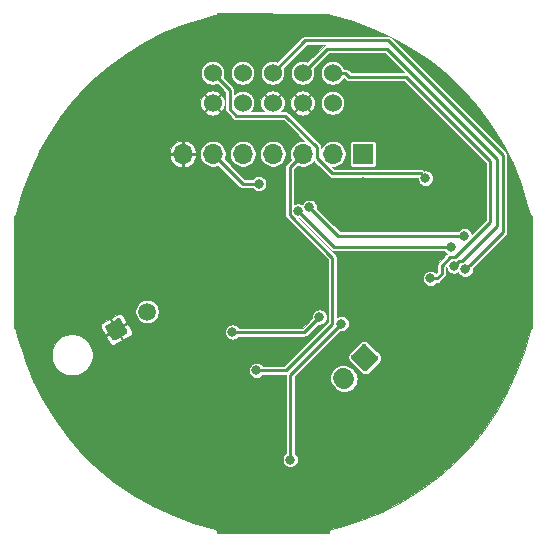
<source format=gbr>
G04 #@! TF.GenerationSoftware,KiCad,Pcbnew,(5.1.5)-3*
G04 #@! TF.CreationDate,2020-03-25T23:07:15+01:00*
G04 #@! TF.ProjectId,carteOdometrie,63617274-654f-4646-9f6d-65747269652e,rev?*
G04 #@! TF.SameCoordinates,Original*
G04 #@! TF.FileFunction,Copper,L2,Bot*
G04 #@! TF.FilePolarity,Positive*
%FSLAX46Y46*%
G04 Gerber Fmt 4.6, Leading zero omitted, Abs format (unit mm)*
G04 Created by KiCad (PCBNEW (5.1.5)-3) date 2020-03-25 23:07:15*
%MOMM*%
%LPD*%
G04 APERTURE LIST*
%ADD10C,1.700000*%
%ADD11C,0.100000*%
%ADD12C,1.524000*%
%ADD13C,1.500000*%
%ADD14O,1.700000X1.700000*%
%ADD15R,1.700000X1.700000*%
%ADD16C,0.800000*%
%ADD17C,0.250000*%
G04 APERTURE END LIST*
D10*
X6053033Y-9053033D02*
X5946967Y-8946967D01*
G04 #@! TA.AperFunction,ComponentPad*
D11*
G36*
X7739238Y-6081876D02*
G01*
X7763507Y-6085476D01*
X7787305Y-6091437D01*
X7810405Y-6099702D01*
X7832583Y-6110192D01*
X7853627Y-6122805D01*
X7873332Y-6137419D01*
X7891511Y-6153895D01*
X8846105Y-7108489D01*
X8862581Y-7126668D01*
X8877195Y-7146373D01*
X8889808Y-7167417D01*
X8900298Y-7189595D01*
X8908563Y-7212695D01*
X8914524Y-7236493D01*
X8918124Y-7260762D01*
X8919328Y-7285266D01*
X8918124Y-7309770D01*
X8914524Y-7334039D01*
X8908563Y-7357837D01*
X8900298Y-7380937D01*
X8889808Y-7403115D01*
X8877195Y-7424159D01*
X8862581Y-7443864D01*
X8846105Y-7462043D01*
X7997577Y-8310571D01*
X7979398Y-8327047D01*
X7959693Y-8341661D01*
X7938649Y-8354274D01*
X7916471Y-8364764D01*
X7893371Y-8373029D01*
X7869573Y-8378990D01*
X7845304Y-8382590D01*
X7820800Y-8383794D01*
X7796296Y-8382590D01*
X7772027Y-8378990D01*
X7748229Y-8373029D01*
X7725129Y-8364764D01*
X7702951Y-8354274D01*
X7681907Y-8341661D01*
X7662202Y-8327047D01*
X7644023Y-8310571D01*
X6689429Y-7355977D01*
X6672953Y-7337798D01*
X6658339Y-7318093D01*
X6645726Y-7297049D01*
X6635236Y-7274871D01*
X6626971Y-7251771D01*
X6621010Y-7227973D01*
X6617410Y-7203704D01*
X6616206Y-7179200D01*
X6617410Y-7154696D01*
X6621010Y-7130427D01*
X6626971Y-7106629D01*
X6635236Y-7083529D01*
X6645726Y-7061351D01*
X6658339Y-7040307D01*
X6672953Y-7020602D01*
X6689429Y-7002423D01*
X7537957Y-6153895D01*
X7556136Y-6137419D01*
X7575841Y-6122805D01*
X7596885Y-6110192D01*
X7619063Y-6099702D01*
X7642163Y-6091437D01*
X7665961Y-6085476D01*
X7690230Y-6081876D01*
X7714734Y-6080672D01*
X7739238Y-6081876D01*
G37*
G04 #@! TD.AperFunction*
D12*
X-5118100Y16857980D03*
X-5118100Y14317980D03*
X-2578100Y16857980D03*
X-2578100Y14317980D03*
X-38100Y16857980D03*
X-38100Y14317980D03*
X2501900Y16857980D03*
X2501900Y14317980D03*
X5041900Y16857980D03*
X5041900Y14317980D03*
D13*
X-10660694Y-3340000D03*
G04 #@! TA.AperFunction,ComponentPad*
D11*
G36*
X-13059406Y-3907522D02*
G01*
X-13035033Y-3910326D01*
X-13011052Y-3915506D01*
X-12987694Y-3923011D01*
X-12965185Y-3932769D01*
X-12943740Y-3944686D01*
X-12923567Y-3958649D01*
X-12904859Y-3974521D01*
X-12887797Y-3992151D01*
X-12872545Y-4011368D01*
X-12859251Y-4031987D01*
X-12359251Y-4898013D01*
X-12348041Y-4919836D01*
X-12339024Y-4942653D01*
X-12332288Y-4966244D01*
X-12327896Y-4990382D01*
X-12325891Y-5014833D01*
X-12326292Y-5039364D01*
X-12329096Y-5063737D01*
X-12334276Y-5087718D01*
X-12341781Y-5111076D01*
X-12351539Y-5133585D01*
X-12363456Y-5155030D01*
X-12377419Y-5175203D01*
X-12393291Y-5193911D01*
X-12410921Y-5210973D01*
X-12430138Y-5226225D01*
X-12450757Y-5239519D01*
X-13316783Y-5739519D01*
X-13338606Y-5750729D01*
X-13361423Y-5759746D01*
X-13385014Y-5766482D01*
X-13409152Y-5770874D01*
X-13433603Y-5772879D01*
X-13458134Y-5772478D01*
X-13482507Y-5769674D01*
X-13506488Y-5764494D01*
X-13529846Y-5756989D01*
X-13552355Y-5747231D01*
X-13573800Y-5735314D01*
X-13593973Y-5721351D01*
X-13612681Y-5705479D01*
X-13629743Y-5687849D01*
X-13644995Y-5668632D01*
X-13658289Y-5648013D01*
X-14158289Y-4781987D01*
X-14169499Y-4760164D01*
X-14178516Y-4737347D01*
X-14185252Y-4713756D01*
X-14189644Y-4689618D01*
X-14191649Y-4665167D01*
X-14191248Y-4640636D01*
X-14188444Y-4616263D01*
X-14183264Y-4592282D01*
X-14175759Y-4568924D01*
X-14166001Y-4546415D01*
X-14154084Y-4524970D01*
X-14140121Y-4504797D01*
X-14124249Y-4486089D01*
X-14106619Y-4469027D01*
X-14087402Y-4453775D01*
X-14066783Y-4440481D01*
X-13200757Y-3940481D01*
X-13178934Y-3929271D01*
X-13156117Y-3920254D01*
X-13132526Y-3913518D01*
X-13108388Y-3909126D01*
X-13083937Y-3907121D01*
X-13059406Y-3907522D01*
G37*
G04 #@! TD.AperFunction*
D14*
X-7620000Y10000000D03*
X-5080000Y10000000D03*
X-2540000Y10000000D03*
X0Y10000000D03*
X2540000Y10000000D03*
X5080000Y10000000D03*
D15*
X7620000Y10000000D03*
D16*
X-5611000Y-7262000D03*
X-12700000Y12700000D03*
X-12700000Y10160000D03*
X-15240000Y10160000D03*
X-10160000Y12700000D03*
X-7620000Y12700000D03*
X-7620000Y15240000D03*
X-10160000Y15240000D03*
X-7112000Y17272000D03*
X7620000Y15240000D03*
X7366000Y17272000D03*
X7620000Y12700000D03*
X10160000Y15240000D03*
X7620000Y7620000D03*
X13665200Y1371600D03*
X7620000Y-2540000D03*
X10160000Y-12700000D03*
X7000000Y-17000000D03*
X5080000Y-17780000D03*
X2540000Y-17780000D03*
X0Y-17780000D03*
X-7620000Y-15240000D03*
X-15240000Y-10160000D03*
X-15000000Y-3000000D03*
X-17780000Y-3000000D03*
X-12700000Y0D03*
X-15240000Y0D03*
X-17780000Y0D03*
X-10160000Y5080000D03*
X-2540000Y5080000D03*
X0Y5080000D03*
X12700000Y-9906000D03*
X14145260Y4856480D03*
X-1206500Y7493000D03*
X-1397000Y-8318500D03*
X12901976Y7955461D03*
X16274486Y221276D03*
X15318038Y513219D03*
X13333264Y-538795D03*
X1460500Y-15875000D03*
X5783160Y-4354990D03*
X3086537Y5484807D03*
X16211878Y3076697D03*
X2133600Y5181600D03*
X15047611Y2119056D03*
X3937000Y-3810000D03*
X-3428010Y-5080000D03*
D17*
X-2573000Y7493000D02*
X-5080000Y10000000D01*
X-1206500Y7493000D02*
X-2573000Y7493000D01*
X1408598Y8868598D02*
X1690001Y9150001D01*
X1690001Y9150001D02*
X2540000Y10000000D01*
X1408598Y4833598D02*
X1408598Y8868598D01*
X5016500Y1225696D02*
X1408598Y4833598D01*
X5016500Y-4381500D02*
X5016500Y1225696D01*
X1079500Y-8318500D02*
X5016500Y-4381500D01*
X-1397000Y-8318500D02*
X1079500Y-8318500D01*
X-3665101Y15404981D02*
X-4356101Y16095981D01*
X-3665101Y13796219D02*
X-3665101Y15404981D01*
X1048023Y13230979D02*
X-3099861Y13230979D01*
X-4356101Y16095981D02*
X-5118100Y16857980D01*
X3715001Y10564001D02*
X1048023Y13230979D01*
X4985538Y8355460D02*
X3715001Y9625997D01*
X-3099861Y13230979D02*
X-3665101Y13796219D01*
X3715001Y9625997D02*
X3715001Y10564001D01*
X12501977Y8355460D02*
X4985538Y8355460D01*
X12901976Y7955461D02*
X12501977Y8355460D01*
X9715500Y19621500D02*
X19436511Y9900489D01*
X16674485Y621275D02*
X16274486Y221276D01*
X19436511Y9900489D02*
X19436511Y3383301D01*
X2725420Y19621500D02*
X9715500Y19621500D01*
X19436511Y3383301D02*
X16674485Y621275D01*
X-38100Y16857980D02*
X2725420Y19621500D01*
X15718037Y913218D02*
X15318038Y513219D01*
X2501900Y16857980D02*
X4566920Y18923000D01*
X18986500Y9588500D02*
X18986500Y3935589D01*
X15964129Y913218D02*
X15718037Y913218D01*
X9652000Y18923000D02*
X18986500Y9588500D01*
X18986500Y3935589D02*
X15964129Y913218D01*
X4566920Y18923000D02*
X9652000Y18923000D01*
X13898949Y-538795D02*
X14287500Y-150244D01*
X13333264Y-538795D02*
X13898949Y-538795D01*
X14970037Y1238220D02*
X15398720Y1238220D01*
X14287500Y555683D02*
X14970037Y1238220D01*
X14287500Y-150244D02*
X14287500Y555683D01*
X15398720Y1238220D02*
X18415000Y4254500D01*
X18415000Y4254500D02*
X18415000Y9398000D01*
X6119530Y16857980D02*
X5041900Y16857980D01*
X6430511Y16546999D02*
X6119530Y16857980D01*
X11266001Y16546999D02*
X6430511Y16546999D01*
X18415000Y9398000D02*
X11266001Y16546999D01*
X1460500Y-8677650D02*
X5383161Y-4754989D01*
X5383161Y-4754989D02*
X5783160Y-4354990D01*
X1460500Y-15875000D02*
X1460500Y-8677650D01*
X3086537Y5484807D02*
X5494647Y3076697D01*
X15646193Y3076697D02*
X16211878Y3076697D01*
X5494647Y3076697D02*
X15646193Y3076697D01*
X5196144Y2119056D02*
X14481926Y2119056D01*
X14481926Y2119056D02*
X15047611Y2119056D01*
X2133600Y5181600D02*
X5196144Y2119056D01*
X2667000Y-5080000D02*
X-3428010Y-5080000D01*
X3937000Y-3810000D02*
X2667000Y-5080000D01*
D11*
G36*
X4761287Y21863230D02*
G01*
X4770241Y21846479D01*
X4804606Y21804605D01*
X4846480Y21770240D01*
X4894254Y21744704D01*
X4946092Y21728980D01*
X4950103Y21728585D01*
X6740133Y21242102D01*
X8493985Y20603604D01*
X10188260Y19820586D01*
X11811072Y18898541D01*
X13351035Y17843938D01*
X14797361Y16664165D01*
X16139882Y15367513D01*
X17369199Y13963065D01*
X18476680Y12460680D01*
X19454565Y10870885D01*
X20295990Y9204837D01*
X20995044Y7474248D01*
X21547841Y5687978D01*
X21728253Y4953474D01*
X21728980Y4946091D01*
X21744704Y4894253D01*
X21757632Y4870067D01*
X21757641Y4870048D01*
X21757651Y4870031D01*
X21770240Y4846479D01*
X21804605Y4804605D01*
X21846479Y4770240D01*
X21870020Y4757657D01*
X21870047Y4757641D01*
X21870077Y4757627D01*
X21894253Y4744704D01*
X21946091Y4728980D01*
X21960647Y4727546D01*
X21940265Y-4730747D01*
X21894253Y-4744704D01*
X21846479Y-4770240D01*
X21804605Y-4804605D01*
X21770240Y-4846479D01*
X21744704Y-4894253D01*
X21728980Y-4946091D01*
X21728585Y-4950103D01*
X21242101Y-6740136D01*
X20603604Y-8493985D01*
X19820586Y-10188260D01*
X18898541Y-11811072D01*
X17843932Y-13351042D01*
X16664165Y-14797361D01*
X15367514Y-16139882D01*
X13963065Y-17369199D01*
X12460680Y-18476680D01*
X10870879Y-19454568D01*
X9204847Y-20295986D01*
X7474244Y-20995045D01*
X5687978Y-21547841D01*
X4953471Y-21728253D01*
X4946092Y-21728980D01*
X4894254Y-21744704D01*
X4870087Y-21757622D01*
X4870047Y-21757641D01*
X4870011Y-21757662D01*
X4846480Y-21770240D01*
X4804606Y-21804605D01*
X4770241Y-21846479D01*
X4757676Y-21869985D01*
X4757640Y-21870047D01*
X4757607Y-21870116D01*
X4744705Y-21894253D01*
X4728981Y-21946091D01*
X4725001Y-21986497D01*
X4725001Y-22122304D01*
X-4725000Y-22076531D01*
X-4725000Y-21986497D01*
X-4728980Y-21946091D01*
X-4744704Y-21894253D01*
X-4770240Y-21846479D01*
X-4804605Y-21804605D01*
X-4846479Y-21770240D01*
X-4894253Y-21744704D01*
X-4946091Y-21728980D01*
X-4950103Y-21728585D01*
X-6740136Y-21242101D01*
X-8493985Y-20603604D01*
X-10188260Y-19820586D01*
X-11811072Y-18898541D01*
X-13351042Y-17843932D01*
X-14797361Y-16664165D01*
X-16139882Y-15367514D01*
X-17369199Y-13963065D01*
X-18476680Y-12460680D01*
X-19454568Y-10870879D01*
X-20295986Y-9204847D01*
X-20995045Y-7474244D01*
X-21195149Y-6827640D01*
X-18750000Y-6827640D01*
X-18750000Y-7172360D01*
X-18682749Y-7510456D01*
X-18550830Y-7828936D01*
X-18359314Y-8115560D01*
X-18115560Y-8359314D01*
X-17828936Y-8550830D01*
X-17510456Y-8682749D01*
X-17172360Y-8750000D01*
X-16827640Y-8750000D01*
X-16489544Y-8682749D01*
X-16171064Y-8550830D01*
X-15884440Y-8359314D01*
X-15640686Y-8115560D01*
X-15449170Y-7828936D01*
X-15317251Y-7510456D01*
X-15250000Y-7172360D01*
X-15250000Y-6827640D01*
X-15317251Y-6489544D01*
X-15449170Y-6171064D01*
X-15640686Y-5884440D01*
X-15884440Y-5640686D01*
X-16135021Y-5473253D01*
X-14105597Y-5473253D01*
X-13794354Y-6015245D01*
X-13759933Y-6063280D01*
X-13716801Y-6103677D01*
X-13666618Y-6134883D01*
X-13611311Y-6155700D01*
X-13553005Y-6165326D01*
X-13493942Y-6163392D01*
X-13436390Y-6149973D01*
X-13382563Y-6125584D01*
X-12842023Y-5811827D01*
X-12814571Y-5709375D01*
X-13277071Y-4908301D01*
X-14078145Y-5370801D01*
X-14105597Y-5473253D01*
X-16135021Y-5473253D01*
X-16171064Y-5449170D01*
X-16489544Y-5317251D01*
X-16827640Y-5250000D01*
X-17172360Y-5250000D01*
X-17510456Y-5317251D01*
X-17828936Y-5449170D01*
X-18115560Y-5640686D01*
X-18359314Y-5884440D01*
X-18550830Y-6171064D01*
X-18682749Y-6489544D01*
X-18750000Y-6827640D01*
X-21195149Y-6827640D01*
X-21547841Y-5687978D01*
X-21728253Y-4953472D01*
X-21728980Y-4946091D01*
X-21744704Y-4894253D01*
X-21757627Y-4870077D01*
X-21757641Y-4870047D01*
X-21757657Y-4870020D01*
X-21770240Y-4846479D01*
X-21804605Y-4804605D01*
X-21846479Y-4770240D01*
X-21870003Y-4757666D01*
X-21870047Y-4757640D01*
X-21870096Y-4757616D01*
X-21894253Y-4744704D01*
X-21946091Y-4728980D01*
X-21960188Y-4727591D01*
X-21959797Y-4545765D01*
X-14584096Y-4545765D01*
X-14582162Y-4604828D01*
X-14568743Y-4662380D01*
X-14544354Y-4716207D01*
X-14230597Y-5256747D01*
X-14128145Y-5284199D01*
X-13390468Y-4858301D01*
X-13190469Y-4858301D01*
X-12727969Y-5659375D01*
X-12625517Y-5686827D01*
X-12083525Y-5375584D01*
X-12035490Y-5341163D01*
X-11995093Y-5298031D01*
X-11963887Y-5247848D01*
X-11943070Y-5192541D01*
X-11933444Y-5134235D01*
X-11935378Y-5075172D01*
X-11948797Y-5017620D01*
X-11949539Y-5015981D01*
X-4078010Y-5015981D01*
X-4078010Y-5144019D01*
X-4053031Y-5269598D01*
X-4004032Y-5387890D01*
X-3932898Y-5494351D01*
X-3842361Y-5584888D01*
X-3735900Y-5656022D01*
X-3617608Y-5705021D01*
X-3492029Y-5730000D01*
X-3363991Y-5730000D01*
X-3238412Y-5705021D01*
X-3120120Y-5656022D01*
X-3013659Y-5584888D01*
X-2923122Y-5494351D01*
X-2896829Y-5455000D01*
X2648584Y-5455000D01*
X2667000Y-5456814D01*
X2685416Y-5455000D01*
X2685419Y-5455000D01*
X2740513Y-5449574D01*
X2811200Y-5428131D01*
X2876347Y-5393309D01*
X2933448Y-5346448D01*
X2945195Y-5332134D01*
X3826563Y-4450767D01*
X3872981Y-4460000D01*
X4001019Y-4460000D01*
X4126598Y-4435021D01*
X4244890Y-4386022D01*
X4351351Y-4314888D01*
X4441888Y-4224351D01*
X4513022Y-4117890D01*
X4562021Y-3999598D01*
X4587000Y-3874019D01*
X4587000Y-3745981D01*
X4562021Y-3620402D01*
X4513022Y-3502110D01*
X4441888Y-3395649D01*
X4351351Y-3305112D01*
X4244890Y-3233978D01*
X4126598Y-3184979D01*
X4001019Y-3160000D01*
X3872981Y-3160000D01*
X3747402Y-3184979D01*
X3629110Y-3233978D01*
X3522649Y-3305112D01*
X3432112Y-3395649D01*
X3360978Y-3502110D01*
X3311979Y-3620402D01*
X3287000Y-3745981D01*
X3287000Y-3874019D01*
X3296233Y-3920437D01*
X2511671Y-4705000D01*
X-2896829Y-4705000D01*
X-2923122Y-4665649D01*
X-3013659Y-4575112D01*
X-3120120Y-4503978D01*
X-3238412Y-4454979D01*
X-3363991Y-4430000D01*
X-3492029Y-4430000D01*
X-3617608Y-4454979D01*
X-3735900Y-4503978D01*
X-3842361Y-4575112D01*
X-3932898Y-4665649D01*
X-4004032Y-4772110D01*
X-4053031Y-4890402D01*
X-4078010Y-5015981D01*
X-11949539Y-5015981D01*
X-11973186Y-4963793D01*
X-12286943Y-4423253D01*
X-12389395Y-4395801D01*
X-13190469Y-4858301D01*
X-13390468Y-4858301D01*
X-13327071Y-4821699D01*
X-13789571Y-4020625D01*
X-13892023Y-3993173D01*
X-14434015Y-4304416D01*
X-14482050Y-4338837D01*
X-14522447Y-4381969D01*
X-14553653Y-4432152D01*
X-14574470Y-4487459D01*
X-14584096Y-4545765D01*
X-21959797Y-4545765D01*
X-21958558Y-3970625D01*
X-13702969Y-3970625D01*
X-13240469Y-4771699D01*
X-12439395Y-4309199D01*
X-12411943Y-4206747D01*
X-12723186Y-3664755D01*
X-12757607Y-3616720D01*
X-12800739Y-3576323D01*
X-12850922Y-3545117D01*
X-12906229Y-3524300D01*
X-12964535Y-3514674D01*
X-13023598Y-3516608D01*
X-13081150Y-3530027D01*
X-13134977Y-3554416D01*
X-13675517Y-3868173D01*
X-13702969Y-3970625D01*
X-21958558Y-3970625D01*
X-21956987Y-3241509D01*
X-11660694Y-3241509D01*
X-11660694Y-3438491D01*
X-11622265Y-3631689D01*
X-11546883Y-3813678D01*
X-11437445Y-3977463D01*
X-11298157Y-4116751D01*
X-11134372Y-4226189D01*
X-10952383Y-4301571D01*
X-10759185Y-4340000D01*
X-10562203Y-4340000D01*
X-10369005Y-4301571D01*
X-10187016Y-4226189D01*
X-10023231Y-4116751D01*
X-9883943Y-3977463D01*
X-9774505Y-3813678D01*
X-9699123Y-3631689D01*
X-9660694Y-3438491D01*
X-9660694Y-3241509D01*
X-9699123Y-3048311D01*
X-9774505Y-2866322D01*
X-9883943Y-2702537D01*
X-10023231Y-2563249D01*
X-10187016Y-2453811D01*
X-10369005Y-2378429D01*
X-10562203Y-2340000D01*
X-10759185Y-2340000D01*
X-10952383Y-2378429D01*
X-11134372Y-2453811D01*
X-11298157Y-2563249D01*
X-11437445Y-2702537D01*
X-11546883Y-2866322D01*
X-11622265Y-3048311D01*
X-11660694Y-3241509D01*
X-21956987Y-3241509D01*
X-21939805Y4730887D01*
X-21894253Y4744704D01*
X-21846479Y4770240D01*
X-21804605Y4804605D01*
X-21770240Y4846479D01*
X-21744704Y4894253D01*
X-21728980Y4946091D01*
X-21728585Y4950103D01*
X-21242102Y6740133D01*
X-20603604Y8493985D01*
X-20013478Y9770886D01*
X-8746948Y9770886D01*
X-8680596Y9555432D01*
X-8573486Y9357062D01*
X-8429734Y9183400D01*
X-8254864Y9041119D01*
X-8055597Y8935688D01*
X-7849114Y8873054D01*
X-7670000Y8926163D01*
X-7670000Y9950000D01*
X-7570000Y9950000D01*
X-7570000Y8926163D01*
X-7390886Y8873054D01*
X-7184403Y8935688D01*
X-6985136Y9041119D01*
X-6810266Y9183400D01*
X-6666514Y9357062D01*
X-6559404Y9555432D01*
X-6493052Y9770886D01*
X-6546085Y9950000D01*
X-7570000Y9950000D01*
X-7670000Y9950000D01*
X-8693915Y9950000D01*
X-8746948Y9770886D01*
X-20013478Y9770886D01*
X-19820586Y10188260D01*
X-19797374Y10229114D01*
X-8746948Y10229114D01*
X-8693915Y10050000D01*
X-7670000Y10050000D01*
X-7670000Y11073837D01*
X-7570000Y11073837D01*
X-7570000Y10050000D01*
X-6546085Y10050000D01*
X-6528812Y10108341D01*
X-6180000Y10108341D01*
X-6180000Y9891659D01*
X-6137727Y9679142D01*
X-6054807Y9478955D01*
X-5934425Y9298791D01*
X-5781209Y9145575D01*
X-5601045Y9025193D01*
X-5400858Y8942273D01*
X-5188341Y8900000D01*
X-4971659Y8900000D01*
X-4759142Y8942273D01*
X-4613096Y9002767D01*
X-2851191Y7240861D01*
X-2839448Y7226552D01*
X-2809234Y7201757D01*
X-2782348Y7179691D01*
X-2717202Y7144870D01*
X-2717200Y7144869D01*
X-2646513Y7123426D01*
X-2591419Y7118000D01*
X-2591417Y7118000D01*
X-2573001Y7116186D01*
X-2554585Y7118000D01*
X-1737681Y7118000D01*
X-1711388Y7078649D01*
X-1620851Y6988112D01*
X-1514390Y6916978D01*
X-1396098Y6867979D01*
X-1270519Y6843000D01*
X-1142481Y6843000D01*
X-1016902Y6867979D01*
X-898610Y6916978D01*
X-792149Y6988112D01*
X-701612Y7078649D01*
X-630478Y7185110D01*
X-581479Y7303402D01*
X-556500Y7428981D01*
X-556500Y7557019D01*
X-581479Y7682598D01*
X-630478Y7800890D01*
X-701612Y7907351D01*
X-792149Y7997888D01*
X-898610Y8069022D01*
X-1016902Y8118021D01*
X-1142481Y8143000D01*
X-1270519Y8143000D01*
X-1396098Y8118021D01*
X-1514390Y8069022D01*
X-1620851Y7997888D01*
X-1711388Y7907351D01*
X-1737681Y7868000D01*
X-2417670Y7868000D01*
X-4082767Y9533096D01*
X-4022273Y9679142D01*
X-3980000Y9891659D01*
X-3980000Y10108341D01*
X-3640000Y10108341D01*
X-3640000Y9891659D01*
X-3597727Y9679142D01*
X-3514807Y9478955D01*
X-3394425Y9298791D01*
X-3241209Y9145575D01*
X-3061045Y9025193D01*
X-2860858Y8942273D01*
X-2648341Y8900000D01*
X-2431659Y8900000D01*
X-2219142Y8942273D01*
X-2018955Y9025193D01*
X-1838791Y9145575D01*
X-1685575Y9298791D01*
X-1565193Y9478955D01*
X-1482273Y9679142D01*
X-1440000Y9891659D01*
X-1440000Y10108341D01*
X-1100000Y10108341D01*
X-1100000Y9891659D01*
X-1057727Y9679142D01*
X-974807Y9478955D01*
X-854425Y9298791D01*
X-701209Y9145575D01*
X-521045Y9025193D01*
X-320858Y8942273D01*
X-108341Y8900000D01*
X108341Y8900000D01*
X320858Y8942273D01*
X521045Y9025193D01*
X701209Y9145575D01*
X854425Y9298791D01*
X974807Y9478955D01*
X1057727Y9679142D01*
X1100000Y9891659D01*
X1100000Y10108341D01*
X1057727Y10320858D01*
X974807Y10521045D01*
X854425Y10701209D01*
X701209Y10854425D01*
X521045Y10974807D01*
X320858Y11057727D01*
X108341Y11100000D01*
X-108341Y11100000D01*
X-320858Y11057727D01*
X-521045Y10974807D01*
X-701209Y10854425D01*
X-854425Y10701209D01*
X-974807Y10521045D01*
X-1057727Y10320858D01*
X-1100000Y10108341D01*
X-1440000Y10108341D01*
X-1482273Y10320858D01*
X-1565193Y10521045D01*
X-1685575Y10701209D01*
X-1838791Y10854425D01*
X-2018955Y10974807D01*
X-2219142Y11057727D01*
X-2431659Y11100000D01*
X-2648341Y11100000D01*
X-2860858Y11057727D01*
X-3061045Y10974807D01*
X-3241209Y10854425D01*
X-3394425Y10701209D01*
X-3514807Y10521045D01*
X-3597727Y10320858D01*
X-3640000Y10108341D01*
X-3980000Y10108341D01*
X-4022273Y10320858D01*
X-4105193Y10521045D01*
X-4225575Y10701209D01*
X-4378791Y10854425D01*
X-4558955Y10974807D01*
X-4759142Y11057727D01*
X-4971659Y11100000D01*
X-5188341Y11100000D01*
X-5400858Y11057727D01*
X-5601045Y10974807D01*
X-5781209Y10854425D01*
X-5934425Y10701209D01*
X-6054807Y10521045D01*
X-6137727Y10320858D01*
X-6180000Y10108341D01*
X-6528812Y10108341D01*
X-6493052Y10229114D01*
X-6559404Y10444568D01*
X-6666514Y10642938D01*
X-6810266Y10816600D01*
X-6985136Y10958881D01*
X-7184403Y11064312D01*
X-7390886Y11126946D01*
X-7570000Y11073837D01*
X-7670000Y11073837D01*
X-7849114Y11126946D01*
X-8055597Y11064312D01*
X-8254864Y10958881D01*
X-8429734Y10816600D01*
X-8573486Y10642938D01*
X-8680596Y10444568D01*
X-8746948Y10229114D01*
X-19797374Y10229114D01*
X-18898541Y11811072D01*
X-17843938Y13351035D01*
X-17655566Y13581968D01*
X-5783401Y13581968D01*
X-5704209Y13426206D01*
X-5518971Y13328997D01*
X-5318327Y13269795D01*
X-5109989Y13250873D01*
X-4901963Y13272960D01*
X-4702243Y13335206D01*
X-4531991Y13426206D01*
X-4452799Y13581968D01*
X-5118100Y14247269D01*
X-5783401Y13581968D01*
X-17655566Y13581968D01*
X-17061814Y14309869D01*
X-6185207Y14309869D01*
X-6163120Y14101843D01*
X-6100874Y13902123D01*
X-6009874Y13731871D01*
X-5854112Y13652679D01*
X-5188811Y14317980D01*
X-5047389Y14317980D01*
X-4382088Y13652679D01*
X-4226326Y13731871D01*
X-4129117Y13917109D01*
X-4069915Y14117753D01*
X-4050993Y14326091D01*
X-4073080Y14534117D01*
X-4135326Y14733837D01*
X-4226326Y14904089D01*
X-4382088Y14983281D01*
X-5047389Y14317980D01*
X-5188811Y14317980D01*
X-5854112Y14983281D01*
X-6009874Y14904089D01*
X-6107083Y14718851D01*
X-6166285Y14518207D01*
X-6185207Y14309869D01*
X-17061814Y14309869D01*
X-16664165Y14797361D01*
X-16416303Y15053992D01*
X-5783401Y15053992D01*
X-5118100Y14388691D01*
X-4452799Y15053992D01*
X-4531991Y15209754D01*
X-4717229Y15306963D01*
X-4917873Y15366165D01*
X-5126211Y15385087D01*
X-5334237Y15363000D01*
X-5533957Y15300754D01*
X-5704209Y15209754D01*
X-5783401Y15053992D01*
X-16416303Y15053992D01*
X-15367513Y16139882D01*
X-14433241Y16957653D01*
X-6130100Y16957653D01*
X-6130100Y16758307D01*
X-6091210Y16562790D01*
X-6014923Y16378618D01*
X-5904172Y16212867D01*
X-5763213Y16071908D01*
X-5597462Y15961157D01*
X-5413290Y15884870D01*
X-5217773Y15845980D01*
X-5018427Y15845980D01*
X-4822910Y15884870D01*
X-4718549Y15928098D01*
X-4608243Y15817792D01*
X-4608232Y15817783D01*
X-4040100Y15249650D01*
X-4040101Y13814635D01*
X-4041915Y13796219D01*
X-4040101Y13777803D01*
X-4040101Y13777801D01*
X-4034675Y13722707D01*
X-4013232Y13652020D01*
X-3978410Y13586873D01*
X-3931549Y13529771D01*
X-3917235Y13518024D01*
X-3378052Y12978840D01*
X-3366309Y12964531D01*
X-3309208Y12917670D01*
X-3244061Y12882848D01*
X-3173374Y12861405D01*
X-3118280Y12855979D01*
X-3118278Y12855979D01*
X-3099862Y12854165D01*
X-3081446Y12855979D01*
X892694Y12855979D01*
X2648755Y11099918D01*
X2648341Y11100000D01*
X2431659Y11100000D01*
X2219142Y11057727D01*
X2018955Y10974807D01*
X1838791Y10854425D01*
X1685575Y10701209D01*
X1565193Y10521045D01*
X1482273Y10320858D01*
X1440000Y10108341D01*
X1440000Y9891659D01*
X1482273Y9679142D01*
X1542767Y9533096D01*
X1437865Y9428194D01*
X1437860Y9428190D01*
X1156459Y9146788D01*
X1142151Y9135046D01*
X1130409Y9120738D01*
X1095289Y9077944D01*
X1060468Y9012798D01*
X1039025Y8942110D01*
X1031784Y8868598D01*
X1033599Y8850172D01*
X1033598Y4852014D01*
X1031784Y4833598D01*
X1033598Y4815182D01*
X1033598Y4815180D01*
X1039024Y4760086D01*
X1060467Y4689399D01*
X1095289Y4624252D01*
X1142150Y4567150D01*
X1156464Y4555403D01*
X4641501Y1070365D01*
X4641500Y-4226170D01*
X924171Y-7943500D01*
X-865819Y-7943500D01*
X-892112Y-7904149D01*
X-982649Y-7813612D01*
X-1089110Y-7742478D01*
X-1207402Y-7693479D01*
X-1332981Y-7668500D01*
X-1461019Y-7668500D01*
X-1586598Y-7693479D01*
X-1704890Y-7742478D01*
X-1811351Y-7813612D01*
X-1901888Y-7904149D01*
X-1973022Y-8010610D01*
X-2022021Y-8128902D01*
X-2047000Y-8254481D01*
X-2047000Y-8382519D01*
X-2022021Y-8508098D01*
X-1973022Y-8626390D01*
X-1901888Y-8732851D01*
X-1811351Y-8823388D01*
X-1704890Y-8894522D01*
X-1586598Y-8943521D01*
X-1461019Y-8968500D01*
X-1332981Y-8968500D01*
X-1207402Y-8943521D01*
X-1089110Y-8894522D01*
X-982649Y-8823388D01*
X-892112Y-8732851D01*
X-865819Y-8693500D01*
X1061084Y-8693500D01*
X1079500Y-8695314D01*
X1085369Y-8694736D01*
X1085501Y-8696076D01*
X1085500Y-15343819D01*
X1046149Y-15370112D01*
X955612Y-15460649D01*
X884478Y-15567110D01*
X835479Y-15685402D01*
X810500Y-15810981D01*
X810500Y-15939019D01*
X835479Y-16064598D01*
X884478Y-16182890D01*
X955612Y-16289351D01*
X1046149Y-16379888D01*
X1152610Y-16451022D01*
X1270902Y-16500021D01*
X1396481Y-16525000D01*
X1524519Y-16525000D01*
X1650098Y-16500021D01*
X1768390Y-16451022D01*
X1874851Y-16379888D01*
X1965388Y-16289351D01*
X2036522Y-16182890D01*
X2085521Y-16064598D01*
X2110500Y-15939019D01*
X2110500Y-15810981D01*
X2085521Y-15685402D01*
X2036522Y-15567110D01*
X1965388Y-15460649D01*
X1874851Y-15370112D01*
X1835500Y-15343819D01*
X1835500Y-8946967D01*
X4841645Y-8946967D01*
X4862884Y-9162604D01*
X4925784Y-9369955D01*
X5027925Y-9561051D01*
X5130941Y-9686575D01*
X5313425Y-9869059D01*
X5438949Y-9972075D01*
X5630045Y-10074216D01*
X5837396Y-10137116D01*
X6053033Y-10158355D01*
X6268670Y-10137116D01*
X6476021Y-10074216D01*
X6667117Y-9972075D01*
X6834613Y-9834613D01*
X6972075Y-9667117D01*
X7074216Y-9476021D01*
X7137116Y-9268670D01*
X7158355Y-9053033D01*
X7137116Y-8837396D01*
X7074216Y-8630045D01*
X6972075Y-8438949D01*
X6869059Y-8313425D01*
X6686575Y-8130941D01*
X6561051Y-8027925D01*
X6369955Y-7925784D01*
X6162604Y-7862884D01*
X5946967Y-7841645D01*
X5731330Y-7862884D01*
X5523979Y-7925784D01*
X5332883Y-8027925D01*
X5165387Y-8165387D01*
X5027925Y-8332883D01*
X4925784Y-8523979D01*
X4862884Y-8731330D01*
X4841645Y-8946967D01*
X1835500Y-8946967D01*
X1835500Y-8832979D01*
X3489279Y-7179200D01*
X6364997Y-7179200D01*
X6374628Y-7276981D01*
X6403149Y-7371004D01*
X6449466Y-7457657D01*
X6511798Y-7533608D01*
X7466392Y-8488202D01*
X7542343Y-8550534D01*
X7628996Y-8596851D01*
X7723019Y-8625372D01*
X7820800Y-8635003D01*
X7918581Y-8625372D01*
X8012604Y-8596851D01*
X8099257Y-8550534D01*
X8175208Y-8488202D01*
X9023736Y-7639674D01*
X9086068Y-7563723D01*
X9132385Y-7477070D01*
X9160906Y-7383047D01*
X9170537Y-7285266D01*
X9160906Y-7187485D01*
X9132385Y-7093462D01*
X9086068Y-7006809D01*
X9023736Y-6930858D01*
X8069142Y-5976264D01*
X7993191Y-5913932D01*
X7906538Y-5867615D01*
X7812515Y-5839094D01*
X7714734Y-5829463D01*
X7616953Y-5839094D01*
X7522930Y-5867615D01*
X7436277Y-5913932D01*
X7360326Y-5976264D01*
X6511798Y-6824792D01*
X6449466Y-6900743D01*
X6403149Y-6987396D01*
X6374628Y-7081419D01*
X6364997Y-7179200D01*
X3489279Y-7179200D01*
X5661349Y-5007131D01*
X5661353Y-5007126D01*
X5672722Y-4995757D01*
X5719141Y-5004990D01*
X5847179Y-5004990D01*
X5972758Y-4980011D01*
X6091050Y-4931012D01*
X6197511Y-4859878D01*
X6288048Y-4769341D01*
X6359182Y-4662880D01*
X6408181Y-4544588D01*
X6433160Y-4419009D01*
X6433160Y-4290971D01*
X6408181Y-4165392D01*
X6359182Y-4047100D01*
X6288048Y-3940639D01*
X6197511Y-3850102D01*
X6091050Y-3778968D01*
X5972758Y-3729969D01*
X5847179Y-3704990D01*
X5719141Y-3704990D01*
X5593562Y-3729969D01*
X5475270Y-3778968D01*
X5391500Y-3834941D01*
X5391500Y1207280D01*
X5393314Y1225696D01*
X5391500Y1244115D01*
X5386074Y1299209D01*
X5364631Y1369896D01*
X5329809Y1435043D01*
X5282948Y1492144D01*
X5268639Y1503887D01*
X2233740Y4538785D01*
X2244038Y4540833D01*
X4917958Y1866911D01*
X4929696Y1852608D01*
X4943999Y1840870D01*
X4944002Y1840867D01*
X4980194Y1811166D01*
X4986797Y1805747D01*
X5051944Y1770925D01*
X5122631Y1749482D01*
X5177725Y1744056D01*
X5177727Y1744056D01*
X5196143Y1742242D01*
X5214559Y1744056D01*
X14516430Y1744056D01*
X14542723Y1704705D01*
X14633260Y1614168D01*
X14739721Y1543034D01*
X14746777Y1540111D01*
X14703589Y1504668D01*
X14691847Y1490360D01*
X14035362Y833874D01*
X14021053Y822131D01*
X14009311Y807823D01*
X13974191Y765029D01*
X13951494Y722565D01*
X13939370Y699883D01*
X13919697Y635029D01*
X13917927Y629195D01*
X13910686Y555683D01*
X13912501Y537257D01*
X13912500Y5086D01*
X13810561Y-96853D01*
X13747615Y-33907D01*
X13641154Y37227D01*
X13522862Y86226D01*
X13397283Y111205D01*
X13269245Y111205D01*
X13143666Y86226D01*
X13025374Y37227D01*
X12918913Y-33907D01*
X12828376Y-124444D01*
X12757242Y-230905D01*
X12708243Y-349197D01*
X12683264Y-474776D01*
X12683264Y-602814D01*
X12708243Y-728393D01*
X12757242Y-846685D01*
X12828376Y-953146D01*
X12918913Y-1043683D01*
X13025374Y-1114817D01*
X13143666Y-1163816D01*
X13269245Y-1188795D01*
X13397283Y-1188795D01*
X13522862Y-1163816D01*
X13641154Y-1114817D01*
X13747615Y-1043683D01*
X13838152Y-953146D01*
X13864445Y-913795D01*
X13880533Y-913795D01*
X13898949Y-915609D01*
X13917365Y-913795D01*
X13917368Y-913795D01*
X13972462Y-908369D01*
X14043149Y-886926D01*
X14108296Y-852104D01*
X14165397Y-805243D01*
X14177144Y-790929D01*
X14539640Y-428434D01*
X14553948Y-416692D01*
X14600809Y-359591D01*
X14635631Y-294444D01*
X14657074Y-223757D01*
X14662500Y-168663D01*
X14662500Y-168661D01*
X14664314Y-150245D01*
X14662500Y-131829D01*
X14662500Y400354D01*
X14675223Y413077D01*
X14693017Y323621D01*
X14742016Y205329D01*
X14813150Y98868D01*
X14903687Y8331D01*
X15010148Y-62803D01*
X15128440Y-111802D01*
X15254019Y-136781D01*
X15382057Y-136781D01*
X15507636Y-111802D01*
X15625928Y-62803D01*
X15675015Y-30004D01*
X15698464Y-86614D01*
X15769598Y-193075D01*
X15860135Y-283612D01*
X15966596Y-354746D01*
X16084888Y-403745D01*
X16210467Y-428724D01*
X16338505Y-428724D01*
X16464084Y-403745D01*
X16582376Y-354746D01*
X16688837Y-283612D01*
X16779374Y-193075D01*
X16850508Y-86614D01*
X16899507Y31678D01*
X16924486Y157257D01*
X16924486Y285295D01*
X16915253Y331713D01*
X16952674Y369134D01*
X16952679Y369140D01*
X19688650Y3105110D01*
X19702959Y3116853D01*
X19730334Y3150210D01*
X19749821Y3173954D01*
X19784641Y3239100D01*
X19784642Y3239101D01*
X19806085Y3309788D01*
X19811511Y3364882D01*
X19811511Y3364885D01*
X19813325Y3383301D01*
X19811511Y3401717D01*
X19811511Y9882073D01*
X19813325Y9900489D01*
X19811511Y9918908D01*
X19806085Y9974002D01*
X19784642Y10044689D01*
X19763633Y10083994D01*
X19749821Y10109836D01*
X19722934Y10142597D01*
X19702959Y10166937D01*
X19688651Y10178679D01*
X9993695Y19873634D01*
X9981948Y19887948D01*
X9924847Y19934809D01*
X9859700Y19969631D01*
X9789013Y19991074D01*
X9733919Y19996500D01*
X9733916Y19996500D01*
X9715500Y19998314D01*
X9697084Y19996500D01*
X2743835Y19996500D01*
X2725419Y19998314D01*
X2707003Y19996500D01*
X2707001Y19996500D01*
X2651907Y19991074D01*
X2581220Y19969631D01*
X2581218Y19969630D01*
X2516072Y19934809D01*
X2493393Y19916196D01*
X2458972Y19887948D01*
X2447229Y19873639D01*
X361452Y17787861D01*
X257090Y17831090D01*
X61573Y17869980D01*
X-137773Y17869980D01*
X-333290Y17831090D01*
X-517462Y17754803D01*
X-683213Y17644052D01*
X-824172Y17503093D01*
X-934923Y17337342D01*
X-1011210Y17153170D01*
X-1050100Y16957653D01*
X-1050100Y16758307D01*
X-1011210Y16562790D01*
X-934923Y16378618D01*
X-824172Y16212867D01*
X-683213Y16071908D01*
X-517462Y15961157D01*
X-333290Y15884870D01*
X-137773Y15845980D01*
X61573Y15845980D01*
X257090Y15884870D01*
X441262Y15961157D01*
X607013Y16071908D01*
X747972Y16212867D01*
X858723Y16378618D01*
X935010Y16562790D01*
X973900Y16758307D01*
X973900Y16957653D01*
X935010Y17153170D01*
X891781Y17257532D01*
X2880750Y19246500D01*
X4376639Y19246500D01*
X4357573Y19236309D01*
X4314778Y19201189D01*
X4314775Y19201186D01*
X4300472Y19189448D01*
X4288734Y19175145D01*
X2901452Y17787862D01*
X2797090Y17831090D01*
X2601573Y17869980D01*
X2402227Y17869980D01*
X2206710Y17831090D01*
X2022538Y17754803D01*
X1856787Y17644052D01*
X1715828Y17503093D01*
X1605077Y17337342D01*
X1528790Y17153170D01*
X1489900Y16957653D01*
X1489900Y16758307D01*
X1528790Y16562790D01*
X1605077Y16378618D01*
X1715828Y16212867D01*
X1856787Y16071908D01*
X2022538Y15961157D01*
X2206710Y15884870D01*
X2402227Y15845980D01*
X2601573Y15845980D01*
X2797090Y15884870D01*
X2981262Y15961157D01*
X3147013Y16071908D01*
X3287972Y16212867D01*
X3398723Y16378618D01*
X3475010Y16562790D01*
X3513900Y16758307D01*
X3513900Y16957653D01*
X3475010Y17153170D01*
X3431782Y17257532D01*
X4722251Y18548000D01*
X9496671Y18548000D01*
X11122672Y16921999D01*
X6585841Y16921999D01*
X6397725Y17110114D01*
X6385978Y17124428D01*
X6328877Y17171289D01*
X6263730Y17206111D01*
X6193043Y17227554D01*
X6137949Y17232980D01*
X6137946Y17232980D01*
X6119530Y17234794D01*
X6101114Y17232980D01*
X5981951Y17232980D01*
X5938723Y17337342D01*
X5827972Y17503093D01*
X5687013Y17644052D01*
X5521262Y17754803D01*
X5337090Y17831090D01*
X5141573Y17869980D01*
X4942227Y17869980D01*
X4746710Y17831090D01*
X4562538Y17754803D01*
X4396787Y17644052D01*
X4255828Y17503093D01*
X4145077Y17337342D01*
X4068790Y17153170D01*
X4029900Y16957653D01*
X4029900Y16758307D01*
X4068790Y16562790D01*
X4145077Y16378618D01*
X4255828Y16212867D01*
X4396787Y16071908D01*
X4562538Y15961157D01*
X4746710Y15884870D01*
X4942227Y15845980D01*
X5141573Y15845980D01*
X5337090Y15884870D01*
X5521262Y15961157D01*
X5687013Y16071908D01*
X5827972Y16212867D01*
X5938723Y16378618D01*
X5976752Y16470428D01*
X6152320Y16294860D01*
X6164063Y16280551D01*
X6178370Y16268810D01*
X6221164Y16233689D01*
X6260121Y16212867D01*
X6286311Y16198868D01*
X6356998Y16177425D01*
X6412092Y16171999D01*
X6412095Y16171999D01*
X6430511Y16170185D01*
X6448927Y16171999D01*
X11110672Y16171999D01*
X18040001Y9242668D01*
X18040000Y4409830D01*
X16846782Y3216611D01*
X16836899Y3266295D01*
X16787900Y3384587D01*
X16716766Y3491048D01*
X16626229Y3581585D01*
X16519768Y3652719D01*
X16401476Y3701718D01*
X16275897Y3726697D01*
X16147859Y3726697D01*
X16022280Y3701718D01*
X15903988Y3652719D01*
X15797527Y3581585D01*
X15706990Y3491048D01*
X15680697Y3451697D01*
X5649977Y3451697D01*
X3727304Y5374369D01*
X3736537Y5420788D01*
X3736537Y5548826D01*
X3711558Y5674405D01*
X3662559Y5792697D01*
X3591425Y5899158D01*
X3500888Y5989695D01*
X3394427Y6060829D01*
X3276135Y6109828D01*
X3150556Y6134807D01*
X3022518Y6134807D01*
X2896939Y6109828D01*
X2778647Y6060829D01*
X2672186Y5989695D01*
X2581649Y5899158D01*
X2510515Y5792697D01*
X2484173Y5729103D01*
X2441490Y5757622D01*
X2323198Y5806621D01*
X2197619Y5831600D01*
X2069581Y5831600D01*
X1944002Y5806621D01*
X1825710Y5757622D01*
X1783598Y5729484D01*
X1783598Y8713269D01*
X1968190Y8897860D01*
X1968194Y8897865D01*
X2073096Y9002767D01*
X2219142Y8942273D01*
X2431659Y8900000D01*
X2648341Y8900000D01*
X2860858Y8942273D01*
X3061045Y9025193D01*
X3241209Y9145575D01*
X3394425Y9298791D01*
X3441095Y9368637D01*
X3448553Y9359549D01*
X3462867Y9347802D01*
X4707347Y8103321D01*
X4719090Y8089012D01*
X4733397Y8077271D01*
X4776191Y8042150D01*
X4818605Y8019480D01*
X4841338Y8007329D01*
X4912025Y7985886D01*
X4967119Y7980460D01*
X4967122Y7980460D01*
X4985538Y7978646D01*
X5003954Y7980460D01*
X12251976Y7980460D01*
X12251976Y7891442D01*
X12276955Y7765863D01*
X12325954Y7647571D01*
X12397088Y7541110D01*
X12487625Y7450573D01*
X12594086Y7379439D01*
X12712378Y7330440D01*
X12837957Y7305461D01*
X12965995Y7305461D01*
X13091574Y7330440D01*
X13209866Y7379439D01*
X13316327Y7450573D01*
X13406864Y7541110D01*
X13477998Y7647571D01*
X13526997Y7765863D01*
X13551976Y7891442D01*
X13551976Y8019480D01*
X13526997Y8145059D01*
X13477998Y8263351D01*
X13406864Y8369812D01*
X13316327Y8460349D01*
X13209866Y8531483D01*
X13091574Y8580482D01*
X12965995Y8605461D01*
X12837957Y8605461D01*
X12791538Y8596228D01*
X12780172Y8607594D01*
X12768425Y8621908D01*
X12711324Y8668769D01*
X12646177Y8703591D01*
X12575490Y8725034D01*
X12520396Y8730460D01*
X12520393Y8730460D01*
X12501977Y8732274D01*
X12483561Y8730460D01*
X5140868Y8730460D01*
X4971246Y8900082D01*
X4971659Y8900000D01*
X5188341Y8900000D01*
X5400858Y8942273D01*
X5601045Y9025193D01*
X5781209Y9145575D01*
X5934425Y9298791D01*
X6054807Y9478955D01*
X6137727Y9679142D01*
X6180000Y9891659D01*
X6180000Y10108341D01*
X6137727Y10320858D01*
X6054807Y10521045D01*
X5934425Y10701209D01*
X5785634Y10850000D01*
X6518791Y10850000D01*
X6518791Y9150000D01*
X6523618Y9100992D01*
X6537913Y9053866D01*
X6561127Y9010436D01*
X6592368Y8972368D01*
X6630436Y8941127D01*
X6673866Y8917913D01*
X6720992Y8903618D01*
X6770000Y8898791D01*
X8470000Y8898791D01*
X8519008Y8903618D01*
X8566134Y8917913D01*
X8609564Y8941127D01*
X8647632Y8972368D01*
X8678873Y9010436D01*
X8702087Y9053866D01*
X8716382Y9100992D01*
X8721209Y9150000D01*
X8721209Y10850000D01*
X8716382Y10899008D01*
X8702087Y10946134D01*
X8678873Y10989564D01*
X8647632Y11027632D01*
X8609564Y11058873D01*
X8566134Y11082087D01*
X8519008Y11096382D01*
X8470000Y11101209D01*
X6770000Y11101209D01*
X6720992Y11096382D01*
X6673866Y11082087D01*
X6630436Y11058873D01*
X6592368Y11027632D01*
X6561127Y10989564D01*
X6537913Y10946134D01*
X6523618Y10899008D01*
X6518791Y10850000D01*
X5785634Y10850000D01*
X5781209Y10854425D01*
X5601045Y10974807D01*
X5400858Y11057727D01*
X5188341Y11100000D01*
X4971659Y11100000D01*
X4759142Y11057727D01*
X4558955Y10974807D01*
X4378791Y10854425D01*
X4225575Y10701209D01*
X4105193Y10521045D01*
X4090001Y10484368D01*
X4090001Y10545586D01*
X4091815Y10564002D01*
X4089455Y10587963D01*
X4084575Y10637514D01*
X4063132Y10708201D01*
X4049672Y10733383D01*
X4028310Y10773349D01*
X3993189Y10816143D01*
X3981449Y10830449D01*
X3967140Y10842192D01*
X1326218Y13483113D01*
X1314471Y13497427D01*
X1257370Y13544288D01*
X1192223Y13579110D01*
X1182802Y13581968D01*
X1836599Y13581968D01*
X1915791Y13426206D01*
X2101029Y13328997D01*
X2301673Y13269795D01*
X2510011Y13250873D01*
X2718037Y13272960D01*
X2917757Y13335206D01*
X3088009Y13426206D01*
X3167201Y13581968D01*
X2501900Y14247269D01*
X1836599Y13581968D01*
X1182802Y13581968D01*
X1121536Y13600553D01*
X1066442Y13605979D01*
X1066439Y13605979D01*
X1048023Y13607793D01*
X1029607Y13605979D01*
X744615Y13605979D01*
X697914Y13652680D01*
X853674Y13731871D01*
X950883Y13917109D01*
X1010085Y14117753D01*
X1027533Y14309869D01*
X1434793Y14309869D01*
X1456880Y14101843D01*
X1519126Y13902123D01*
X1610126Y13731871D01*
X1765888Y13652679D01*
X2431189Y14317980D01*
X2572611Y14317980D01*
X3237912Y13652679D01*
X3393674Y13731871D01*
X3490883Y13917109D01*
X3550085Y14117753D01*
X3569007Y14326091D01*
X3559286Y14417653D01*
X4029900Y14417653D01*
X4029900Y14218307D01*
X4068790Y14022790D01*
X4145077Y13838618D01*
X4255828Y13672867D01*
X4396787Y13531908D01*
X4562538Y13421157D01*
X4746710Y13344870D01*
X4942227Y13305980D01*
X5141573Y13305980D01*
X5337090Y13344870D01*
X5521262Y13421157D01*
X5687013Y13531908D01*
X5827972Y13672867D01*
X5938723Y13838618D01*
X6015010Y14022790D01*
X6053900Y14218307D01*
X6053900Y14417653D01*
X6015010Y14613170D01*
X5938723Y14797342D01*
X5827972Y14963093D01*
X5687013Y15104052D01*
X5521262Y15214803D01*
X5337090Y15291090D01*
X5141573Y15329980D01*
X4942227Y15329980D01*
X4746710Y15291090D01*
X4562538Y15214803D01*
X4396787Y15104052D01*
X4255828Y14963093D01*
X4145077Y14797342D01*
X4068790Y14613170D01*
X4029900Y14417653D01*
X3559286Y14417653D01*
X3546920Y14534117D01*
X3484674Y14733837D01*
X3393674Y14904089D01*
X3237912Y14983281D01*
X2572611Y14317980D01*
X2431189Y14317980D01*
X1765888Y14983281D01*
X1610126Y14904089D01*
X1512917Y14718851D01*
X1453715Y14518207D01*
X1434793Y14309869D01*
X1027533Y14309869D01*
X1029007Y14326091D01*
X1006920Y14534117D01*
X944674Y14733837D01*
X853674Y14904089D01*
X697912Y14983281D01*
X32611Y14317980D01*
X46753Y14303838D01*
X-23958Y14233127D01*
X-38100Y14247269D01*
X-52242Y14233127D01*
X-122953Y14303838D01*
X-108811Y14317980D01*
X-774112Y14983281D01*
X-929874Y14904089D01*
X-1027083Y14718851D01*
X-1086285Y14518207D01*
X-1105207Y14309869D01*
X-1083120Y14101843D01*
X-1020874Y13902123D01*
X-929874Y13731871D01*
X-774114Y13652680D01*
X-820815Y13605979D01*
X-1858916Y13605979D01*
X-1792028Y13672867D01*
X-1681277Y13838618D01*
X-1604990Y14022790D01*
X-1566100Y14218307D01*
X-1566100Y14417653D01*
X-1604990Y14613170D01*
X-1681277Y14797342D01*
X-1792028Y14963093D01*
X-1882927Y15053992D01*
X-703401Y15053992D01*
X-38100Y14388691D01*
X627201Y15053992D01*
X1836599Y15053992D01*
X2501900Y14388691D01*
X3167201Y15053992D01*
X3088009Y15209754D01*
X2902771Y15306963D01*
X2702127Y15366165D01*
X2493789Y15385087D01*
X2285763Y15363000D01*
X2086043Y15300754D01*
X1915791Y15209754D01*
X1836599Y15053992D01*
X627201Y15053992D01*
X548009Y15209754D01*
X362771Y15306963D01*
X162127Y15366165D01*
X-46211Y15385087D01*
X-254237Y15363000D01*
X-453957Y15300754D01*
X-624209Y15209754D01*
X-703401Y15053992D01*
X-1882927Y15053992D01*
X-1932987Y15104052D01*
X-2098738Y15214803D01*
X-2282910Y15291090D01*
X-2478427Y15329980D01*
X-2677773Y15329980D01*
X-2873290Y15291090D01*
X-3057462Y15214803D01*
X-3223213Y15104052D01*
X-3290101Y15037164D01*
X-3290101Y15386565D01*
X-3288287Y15404981D01*
X-3292103Y15443724D01*
X-3295527Y15478494D01*
X-3316970Y15549181D01*
X-3332603Y15578428D01*
X-3351791Y15614328D01*
X-3386912Y15657122D01*
X-3398653Y15671429D01*
X-3412962Y15683172D01*
X-4077903Y16348112D01*
X-4077912Y16348123D01*
X-4188218Y16458429D01*
X-4144990Y16562790D01*
X-4106100Y16758307D01*
X-4106100Y16957653D01*
X-3590100Y16957653D01*
X-3590100Y16758307D01*
X-3551210Y16562790D01*
X-3474923Y16378618D01*
X-3364172Y16212867D01*
X-3223213Y16071908D01*
X-3057462Y15961157D01*
X-2873290Y15884870D01*
X-2677773Y15845980D01*
X-2478427Y15845980D01*
X-2282910Y15884870D01*
X-2098738Y15961157D01*
X-1932987Y16071908D01*
X-1792028Y16212867D01*
X-1681277Y16378618D01*
X-1604990Y16562790D01*
X-1566100Y16758307D01*
X-1566100Y16957653D01*
X-1604990Y17153170D01*
X-1681277Y17337342D01*
X-1792028Y17503093D01*
X-1932987Y17644052D01*
X-2098738Y17754803D01*
X-2282910Y17831090D01*
X-2478427Y17869980D01*
X-2677773Y17869980D01*
X-2873290Y17831090D01*
X-3057462Y17754803D01*
X-3223213Y17644052D01*
X-3364172Y17503093D01*
X-3474923Y17337342D01*
X-3551210Y17153170D01*
X-3590100Y16957653D01*
X-4106100Y16957653D01*
X-4144990Y17153170D01*
X-4221277Y17337342D01*
X-4332028Y17503093D01*
X-4472987Y17644052D01*
X-4638738Y17754803D01*
X-4822910Y17831090D01*
X-5018427Y17869980D01*
X-5217773Y17869980D01*
X-5413290Y17831090D01*
X-5597462Y17754803D01*
X-5763213Y17644052D01*
X-5904172Y17503093D01*
X-6014923Y17337342D01*
X-6091210Y17153170D01*
X-6130100Y16957653D01*
X-14433241Y16957653D01*
X-13963065Y17369199D01*
X-12460680Y18476680D01*
X-10870885Y19454565D01*
X-9204837Y20295990D01*
X-7474248Y20995044D01*
X-5687978Y21547841D01*
X-4953474Y21728253D01*
X-4946091Y21728980D01*
X-4894253Y21744704D01*
X-4870067Y21757632D01*
X-4870048Y21757641D01*
X-4870031Y21757651D01*
X-4846479Y21770240D01*
X-4804605Y21804605D01*
X-4770240Y21846479D01*
X-4757657Y21870020D01*
X-4757641Y21870047D01*
X-4757627Y21870077D01*
X-4744704Y21894253D01*
X-4740154Y21909253D01*
X4761287Y21863230D01*
G37*
X4761287Y21863230D02*
X4770241Y21846479D01*
X4804606Y21804605D01*
X4846480Y21770240D01*
X4894254Y21744704D01*
X4946092Y21728980D01*
X4950103Y21728585D01*
X6740133Y21242102D01*
X8493985Y20603604D01*
X10188260Y19820586D01*
X11811072Y18898541D01*
X13351035Y17843938D01*
X14797361Y16664165D01*
X16139882Y15367513D01*
X17369199Y13963065D01*
X18476680Y12460680D01*
X19454565Y10870885D01*
X20295990Y9204837D01*
X20995044Y7474248D01*
X21547841Y5687978D01*
X21728253Y4953474D01*
X21728980Y4946091D01*
X21744704Y4894253D01*
X21757632Y4870067D01*
X21757641Y4870048D01*
X21757651Y4870031D01*
X21770240Y4846479D01*
X21804605Y4804605D01*
X21846479Y4770240D01*
X21870020Y4757657D01*
X21870047Y4757641D01*
X21870077Y4757627D01*
X21894253Y4744704D01*
X21946091Y4728980D01*
X21960647Y4727546D01*
X21940265Y-4730747D01*
X21894253Y-4744704D01*
X21846479Y-4770240D01*
X21804605Y-4804605D01*
X21770240Y-4846479D01*
X21744704Y-4894253D01*
X21728980Y-4946091D01*
X21728585Y-4950103D01*
X21242101Y-6740136D01*
X20603604Y-8493985D01*
X19820586Y-10188260D01*
X18898541Y-11811072D01*
X17843932Y-13351042D01*
X16664165Y-14797361D01*
X15367514Y-16139882D01*
X13963065Y-17369199D01*
X12460680Y-18476680D01*
X10870879Y-19454568D01*
X9204847Y-20295986D01*
X7474244Y-20995045D01*
X5687978Y-21547841D01*
X4953471Y-21728253D01*
X4946092Y-21728980D01*
X4894254Y-21744704D01*
X4870087Y-21757622D01*
X4870047Y-21757641D01*
X4870011Y-21757662D01*
X4846480Y-21770240D01*
X4804606Y-21804605D01*
X4770241Y-21846479D01*
X4757676Y-21869985D01*
X4757640Y-21870047D01*
X4757607Y-21870116D01*
X4744705Y-21894253D01*
X4728981Y-21946091D01*
X4725001Y-21986497D01*
X4725001Y-22122304D01*
X-4725000Y-22076531D01*
X-4725000Y-21986497D01*
X-4728980Y-21946091D01*
X-4744704Y-21894253D01*
X-4770240Y-21846479D01*
X-4804605Y-21804605D01*
X-4846479Y-21770240D01*
X-4894253Y-21744704D01*
X-4946091Y-21728980D01*
X-4950103Y-21728585D01*
X-6740136Y-21242101D01*
X-8493985Y-20603604D01*
X-10188260Y-19820586D01*
X-11811072Y-18898541D01*
X-13351042Y-17843932D01*
X-14797361Y-16664165D01*
X-16139882Y-15367514D01*
X-17369199Y-13963065D01*
X-18476680Y-12460680D01*
X-19454568Y-10870879D01*
X-20295986Y-9204847D01*
X-20995045Y-7474244D01*
X-21195149Y-6827640D01*
X-18750000Y-6827640D01*
X-18750000Y-7172360D01*
X-18682749Y-7510456D01*
X-18550830Y-7828936D01*
X-18359314Y-8115560D01*
X-18115560Y-8359314D01*
X-17828936Y-8550830D01*
X-17510456Y-8682749D01*
X-17172360Y-8750000D01*
X-16827640Y-8750000D01*
X-16489544Y-8682749D01*
X-16171064Y-8550830D01*
X-15884440Y-8359314D01*
X-15640686Y-8115560D01*
X-15449170Y-7828936D01*
X-15317251Y-7510456D01*
X-15250000Y-7172360D01*
X-15250000Y-6827640D01*
X-15317251Y-6489544D01*
X-15449170Y-6171064D01*
X-15640686Y-5884440D01*
X-15884440Y-5640686D01*
X-16135021Y-5473253D01*
X-14105597Y-5473253D01*
X-13794354Y-6015245D01*
X-13759933Y-6063280D01*
X-13716801Y-6103677D01*
X-13666618Y-6134883D01*
X-13611311Y-6155700D01*
X-13553005Y-6165326D01*
X-13493942Y-6163392D01*
X-13436390Y-6149973D01*
X-13382563Y-6125584D01*
X-12842023Y-5811827D01*
X-12814571Y-5709375D01*
X-13277071Y-4908301D01*
X-14078145Y-5370801D01*
X-14105597Y-5473253D01*
X-16135021Y-5473253D01*
X-16171064Y-5449170D01*
X-16489544Y-5317251D01*
X-16827640Y-5250000D01*
X-17172360Y-5250000D01*
X-17510456Y-5317251D01*
X-17828936Y-5449170D01*
X-18115560Y-5640686D01*
X-18359314Y-5884440D01*
X-18550830Y-6171064D01*
X-18682749Y-6489544D01*
X-18750000Y-6827640D01*
X-21195149Y-6827640D01*
X-21547841Y-5687978D01*
X-21728253Y-4953472D01*
X-21728980Y-4946091D01*
X-21744704Y-4894253D01*
X-21757627Y-4870077D01*
X-21757641Y-4870047D01*
X-21757657Y-4870020D01*
X-21770240Y-4846479D01*
X-21804605Y-4804605D01*
X-21846479Y-4770240D01*
X-21870003Y-4757666D01*
X-21870047Y-4757640D01*
X-21870096Y-4757616D01*
X-21894253Y-4744704D01*
X-21946091Y-4728980D01*
X-21960188Y-4727591D01*
X-21959797Y-4545765D01*
X-14584096Y-4545765D01*
X-14582162Y-4604828D01*
X-14568743Y-4662380D01*
X-14544354Y-4716207D01*
X-14230597Y-5256747D01*
X-14128145Y-5284199D01*
X-13390468Y-4858301D01*
X-13190469Y-4858301D01*
X-12727969Y-5659375D01*
X-12625517Y-5686827D01*
X-12083525Y-5375584D01*
X-12035490Y-5341163D01*
X-11995093Y-5298031D01*
X-11963887Y-5247848D01*
X-11943070Y-5192541D01*
X-11933444Y-5134235D01*
X-11935378Y-5075172D01*
X-11948797Y-5017620D01*
X-11949539Y-5015981D01*
X-4078010Y-5015981D01*
X-4078010Y-5144019D01*
X-4053031Y-5269598D01*
X-4004032Y-5387890D01*
X-3932898Y-5494351D01*
X-3842361Y-5584888D01*
X-3735900Y-5656022D01*
X-3617608Y-5705021D01*
X-3492029Y-5730000D01*
X-3363991Y-5730000D01*
X-3238412Y-5705021D01*
X-3120120Y-5656022D01*
X-3013659Y-5584888D01*
X-2923122Y-5494351D01*
X-2896829Y-5455000D01*
X2648584Y-5455000D01*
X2667000Y-5456814D01*
X2685416Y-5455000D01*
X2685419Y-5455000D01*
X2740513Y-5449574D01*
X2811200Y-5428131D01*
X2876347Y-5393309D01*
X2933448Y-5346448D01*
X2945195Y-5332134D01*
X3826563Y-4450767D01*
X3872981Y-4460000D01*
X4001019Y-4460000D01*
X4126598Y-4435021D01*
X4244890Y-4386022D01*
X4351351Y-4314888D01*
X4441888Y-4224351D01*
X4513022Y-4117890D01*
X4562021Y-3999598D01*
X4587000Y-3874019D01*
X4587000Y-3745981D01*
X4562021Y-3620402D01*
X4513022Y-3502110D01*
X4441888Y-3395649D01*
X4351351Y-3305112D01*
X4244890Y-3233978D01*
X4126598Y-3184979D01*
X4001019Y-3160000D01*
X3872981Y-3160000D01*
X3747402Y-3184979D01*
X3629110Y-3233978D01*
X3522649Y-3305112D01*
X3432112Y-3395649D01*
X3360978Y-3502110D01*
X3311979Y-3620402D01*
X3287000Y-3745981D01*
X3287000Y-3874019D01*
X3296233Y-3920437D01*
X2511671Y-4705000D01*
X-2896829Y-4705000D01*
X-2923122Y-4665649D01*
X-3013659Y-4575112D01*
X-3120120Y-4503978D01*
X-3238412Y-4454979D01*
X-3363991Y-4430000D01*
X-3492029Y-4430000D01*
X-3617608Y-4454979D01*
X-3735900Y-4503978D01*
X-3842361Y-4575112D01*
X-3932898Y-4665649D01*
X-4004032Y-4772110D01*
X-4053031Y-4890402D01*
X-4078010Y-5015981D01*
X-11949539Y-5015981D01*
X-11973186Y-4963793D01*
X-12286943Y-4423253D01*
X-12389395Y-4395801D01*
X-13190469Y-4858301D01*
X-13390468Y-4858301D01*
X-13327071Y-4821699D01*
X-13789571Y-4020625D01*
X-13892023Y-3993173D01*
X-14434015Y-4304416D01*
X-14482050Y-4338837D01*
X-14522447Y-4381969D01*
X-14553653Y-4432152D01*
X-14574470Y-4487459D01*
X-14584096Y-4545765D01*
X-21959797Y-4545765D01*
X-21958558Y-3970625D01*
X-13702969Y-3970625D01*
X-13240469Y-4771699D01*
X-12439395Y-4309199D01*
X-12411943Y-4206747D01*
X-12723186Y-3664755D01*
X-12757607Y-3616720D01*
X-12800739Y-3576323D01*
X-12850922Y-3545117D01*
X-12906229Y-3524300D01*
X-12964535Y-3514674D01*
X-13023598Y-3516608D01*
X-13081150Y-3530027D01*
X-13134977Y-3554416D01*
X-13675517Y-3868173D01*
X-13702969Y-3970625D01*
X-21958558Y-3970625D01*
X-21956987Y-3241509D01*
X-11660694Y-3241509D01*
X-11660694Y-3438491D01*
X-11622265Y-3631689D01*
X-11546883Y-3813678D01*
X-11437445Y-3977463D01*
X-11298157Y-4116751D01*
X-11134372Y-4226189D01*
X-10952383Y-4301571D01*
X-10759185Y-4340000D01*
X-10562203Y-4340000D01*
X-10369005Y-4301571D01*
X-10187016Y-4226189D01*
X-10023231Y-4116751D01*
X-9883943Y-3977463D01*
X-9774505Y-3813678D01*
X-9699123Y-3631689D01*
X-9660694Y-3438491D01*
X-9660694Y-3241509D01*
X-9699123Y-3048311D01*
X-9774505Y-2866322D01*
X-9883943Y-2702537D01*
X-10023231Y-2563249D01*
X-10187016Y-2453811D01*
X-10369005Y-2378429D01*
X-10562203Y-2340000D01*
X-10759185Y-2340000D01*
X-10952383Y-2378429D01*
X-11134372Y-2453811D01*
X-11298157Y-2563249D01*
X-11437445Y-2702537D01*
X-11546883Y-2866322D01*
X-11622265Y-3048311D01*
X-11660694Y-3241509D01*
X-21956987Y-3241509D01*
X-21939805Y4730887D01*
X-21894253Y4744704D01*
X-21846479Y4770240D01*
X-21804605Y4804605D01*
X-21770240Y4846479D01*
X-21744704Y4894253D01*
X-21728980Y4946091D01*
X-21728585Y4950103D01*
X-21242102Y6740133D01*
X-20603604Y8493985D01*
X-20013478Y9770886D01*
X-8746948Y9770886D01*
X-8680596Y9555432D01*
X-8573486Y9357062D01*
X-8429734Y9183400D01*
X-8254864Y9041119D01*
X-8055597Y8935688D01*
X-7849114Y8873054D01*
X-7670000Y8926163D01*
X-7670000Y9950000D01*
X-7570000Y9950000D01*
X-7570000Y8926163D01*
X-7390886Y8873054D01*
X-7184403Y8935688D01*
X-6985136Y9041119D01*
X-6810266Y9183400D01*
X-6666514Y9357062D01*
X-6559404Y9555432D01*
X-6493052Y9770886D01*
X-6546085Y9950000D01*
X-7570000Y9950000D01*
X-7670000Y9950000D01*
X-8693915Y9950000D01*
X-8746948Y9770886D01*
X-20013478Y9770886D01*
X-19820586Y10188260D01*
X-19797374Y10229114D01*
X-8746948Y10229114D01*
X-8693915Y10050000D01*
X-7670000Y10050000D01*
X-7670000Y11073837D01*
X-7570000Y11073837D01*
X-7570000Y10050000D01*
X-6546085Y10050000D01*
X-6528812Y10108341D01*
X-6180000Y10108341D01*
X-6180000Y9891659D01*
X-6137727Y9679142D01*
X-6054807Y9478955D01*
X-5934425Y9298791D01*
X-5781209Y9145575D01*
X-5601045Y9025193D01*
X-5400858Y8942273D01*
X-5188341Y8900000D01*
X-4971659Y8900000D01*
X-4759142Y8942273D01*
X-4613096Y9002767D01*
X-2851191Y7240861D01*
X-2839448Y7226552D01*
X-2809234Y7201757D01*
X-2782348Y7179691D01*
X-2717202Y7144870D01*
X-2717200Y7144869D01*
X-2646513Y7123426D01*
X-2591419Y7118000D01*
X-2591417Y7118000D01*
X-2573001Y7116186D01*
X-2554585Y7118000D01*
X-1737681Y7118000D01*
X-1711388Y7078649D01*
X-1620851Y6988112D01*
X-1514390Y6916978D01*
X-1396098Y6867979D01*
X-1270519Y6843000D01*
X-1142481Y6843000D01*
X-1016902Y6867979D01*
X-898610Y6916978D01*
X-792149Y6988112D01*
X-701612Y7078649D01*
X-630478Y7185110D01*
X-581479Y7303402D01*
X-556500Y7428981D01*
X-556500Y7557019D01*
X-581479Y7682598D01*
X-630478Y7800890D01*
X-701612Y7907351D01*
X-792149Y7997888D01*
X-898610Y8069022D01*
X-1016902Y8118021D01*
X-1142481Y8143000D01*
X-1270519Y8143000D01*
X-1396098Y8118021D01*
X-1514390Y8069022D01*
X-1620851Y7997888D01*
X-1711388Y7907351D01*
X-1737681Y7868000D01*
X-2417670Y7868000D01*
X-4082767Y9533096D01*
X-4022273Y9679142D01*
X-3980000Y9891659D01*
X-3980000Y10108341D01*
X-3640000Y10108341D01*
X-3640000Y9891659D01*
X-3597727Y9679142D01*
X-3514807Y9478955D01*
X-3394425Y9298791D01*
X-3241209Y9145575D01*
X-3061045Y9025193D01*
X-2860858Y8942273D01*
X-2648341Y8900000D01*
X-2431659Y8900000D01*
X-2219142Y8942273D01*
X-2018955Y9025193D01*
X-1838791Y9145575D01*
X-1685575Y9298791D01*
X-1565193Y9478955D01*
X-1482273Y9679142D01*
X-1440000Y9891659D01*
X-1440000Y10108341D01*
X-1100000Y10108341D01*
X-1100000Y9891659D01*
X-1057727Y9679142D01*
X-974807Y9478955D01*
X-854425Y9298791D01*
X-701209Y9145575D01*
X-521045Y9025193D01*
X-320858Y8942273D01*
X-108341Y8900000D01*
X108341Y8900000D01*
X320858Y8942273D01*
X521045Y9025193D01*
X701209Y9145575D01*
X854425Y9298791D01*
X974807Y9478955D01*
X1057727Y9679142D01*
X1100000Y9891659D01*
X1100000Y10108341D01*
X1057727Y10320858D01*
X974807Y10521045D01*
X854425Y10701209D01*
X701209Y10854425D01*
X521045Y10974807D01*
X320858Y11057727D01*
X108341Y11100000D01*
X-108341Y11100000D01*
X-320858Y11057727D01*
X-521045Y10974807D01*
X-701209Y10854425D01*
X-854425Y10701209D01*
X-974807Y10521045D01*
X-1057727Y10320858D01*
X-1100000Y10108341D01*
X-1440000Y10108341D01*
X-1482273Y10320858D01*
X-1565193Y10521045D01*
X-1685575Y10701209D01*
X-1838791Y10854425D01*
X-2018955Y10974807D01*
X-2219142Y11057727D01*
X-2431659Y11100000D01*
X-2648341Y11100000D01*
X-2860858Y11057727D01*
X-3061045Y10974807D01*
X-3241209Y10854425D01*
X-3394425Y10701209D01*
X-3514807Y10521045D01*
X-3597727Y10320858D01*
X-3640000Y10108341D01*
X-3980000Y10108341D01*
X-4022273Y10320858D01*
X-4105193Y10521045D01*
X-4225575Y10701209D01*
X-4378791Y10854425D01*
X-4558955Y10974807D01*
X-4759142Y11057727D01*
X-4971659Y11100000D01*
X-5188341Y11100000D01*
X-5400858Y11057727D01*
X-5601045Y10974807D01*
X-5781209Y10854425D01*
X-5934425Y10701209D01*
X-6054807Y10521045D01*
X-6137727Y10320858D01*
X-6180000Y10108341D01*
X-6528812Y10108341D01*
X-6493052Y10229114D01*
X-6559404Y10444568D01*
X-6666514Y10642938D01*
X-6810266Y10816600D01*
X-6985136Y10958881D01*
X-7184403Y11064312D01*
X-7390886Y11126946D01*
X-7570000Y11073837D01*
X-7670000Y11073837D01*
X-7849114Y11126946D01*
X-8055597Y11064312D01*
X-8254864Y10958881D01*
X-8429734Y10816600D01*
X-8573486Y10642938D01*
X-8680596Y10444568D01*
X-8746948Y10229114D01*
X-19797374Y10229114D01*
X-18898541Y11811072D01*
X-17843938Y13351035D01*
X-17655566Y13581968D01*
X-5783401Y13581968D01*
X-5704209Y13426206D01*
X-5518971Y13328997D01*
X-5318327Y13269795D01*
X-5109989Y13250873D01*
X-4901963Y13272960D01*
X-4702243Y13335206D01*
X-4531991Y13426206D01*
X-4452799Y13581968D01*
X-5118100Y14247269D01*
X-5783401Y13581968D01*
X-17655566Y13581968D01*
X-17061814Y14309869D01*
X-6185207Y14309869D01*
X-6163120Y14101843D01*
X-6100874Y13902123D01*
X-6009874Y13731871D01*
X-5854112Y13652679D01*
X-5188811Y14317980D01*
X-5047389Y14317980D01*
X-4382088Y13652679D01*
X-4226326Y13731871D01*
X-4129117Y13917109D01*
X-4069915Y14117753D01*
X-4050993Y14326091D01*
X-4073080Y14534117D01*
X-4135326Y14733837D01*
X-4226326Y14904089D01*
X-4382088Y14983281D01*
X-5047389Y14317980D01*
X-5188811Y14317980D01*
X-5854112Y14983281D01*
X-6009874Y14904089D01*
X-6107083Y14718851D01*
X-6166285Y14518207D01*
X-6185207Y14309869D01*
X-17061814Y14309869D01*
X-16664165Y14797361D01*
X-16416303Y15053992D01*
X-5783401Y15053992D01*
X-5118100Y14388691D01*
X-4452799Y15053992D01*
X-4531991Y15209754D01*
X-4717229Y15306963D01*
X-4917873Y15366165D01*
X-5126211Y15385087D01*
X-5334237Y15363000D01*
X-5533957Y15300754D01*
X-5704209Y15209754D01*
X-5783401Y15053992D01*
X-16416303Y15053992D01*
X-15367513Y16139882D01*
X-14433241Y16957653D01*
X-6130100Y16957653D01*
X-6130100Y16758307D01*
X-6091210Y16562790D01*
X-6014923Y16378618D01*
X-5904172Y16212867D01*
X-5763213Y16071908D01*
X-5597462Y15961157D01*
X-5413290Y15884870D01*
X-5217773Y15845980D01*
X-5018427Y15845980D01*
X-4822910Y15884870D01*
X-4718549Y15928098D01*
X-4608243Y15817792D01*
X-4608232Y15817783D01*
X-4040100Y15249650D01*
X-4040101Y13814635D01*
X-4041915Y13796219D01*
X-4040101Y13777803D01*
X-4040101Y13777801D01*
X-4034675Y13722707D01*
X-4013232Y13652020D01*
X-3978410Y13586873D01*
X-3931549Y13529771D01*
X-3917235Y13518024D01*
X-3378052Y12978840D01*
X-3366309Y12964531D01*
X-3309208Y12917670D01*
X-3244061Y12882848D01*
X-3173374Y12861405D01*
X-3118280Y12855979D01*
X-3118278Y12855979D01*
X-3099862Y12854165D01*
X-3081446Y12855979D01*
X892694Y12855979D01*
X2648755Y11099918D01*
X2648341Y11100000D01*
X2431659Y11100000D01*
X2219142Y11057727D01*
X2018955Y10974807D01*
X1838791Y10854425D01*
X1685575Y10701209D01*
X1565193Y10521045D01*
X1482273Y10320858D01*
X1440000Y10108341D01*
X1440000Y9891659D01*
X1482273Y9679142D01*
X1542767Y9533096D01*
X1437865Y9428194D01*
X1437860Y9428190D01*
X1156459Y9146788D01*
X1142151Y9135046D01*
X1130409Y9120738D01*
X1095289Y9077944D01*
X1060468Y9012798D01*
X1039025Y8942110D01*
X1031784Y8868598D01*
X1033599Y8850172D01*
X1033598Y4852014D01*
X1031784Y4833598D01*
X1033598Y4815182D01*
X1033598Y4815180D01*
X1039024Y4760086D01*
X1060467Y4689399D01*
X1095289Y4624252D01*
X1142150Y4567150D01*
X1156464Y4555403D01*
X4641501Y1070365D01*
X4641500Y-4226170D01*
X924171Y-7943500D01*
X-865819Y-7943500D01*
X-892112Y-7904149D01*
X-982649Y-7813612D01*
X-1089110Y-7742478D01*
X-1207402Y-7693479D01*
X-1332981Y-7668500D01*
X-1461019Y-7668500D01*
X-1586598Y-7693479D01*
X-1704890Y-7742478D01*
X-1811351Y-7813612D01*
X-1901888Y-7904149D01*
X-1973022Y-8010610D01*
X-2022021Y-8128902D01*
X-2047000Y-8254481D01*
X-2047000Y-8382519D01*
X-2022021Y-8508098D01*
X-1973022Y-8626390D01*
X-1901888Y-8732851D01*
X-1811351Y-8823388D01*
X-1704890Y-8894522D01*
X-1586598Y-8943521D01*
X-1461019Y-8968500D01*
X-1332981Y-8968500D01*
X-1207402Y-8943521D01*
X-1089110Y-8894522D01*
X-982649Y-8823388D01*
X-892112Y-8732851D01*
X-865819Y-8693500D01*
X1061084Y-8693500D01*
X1079500Y-8695314D01*
X1085369Y-8694736D01*
X1085501Y-8696076D01*
X1085500Y-15343819D01*
X1046149Y-15370112D01*
X955612Y-15460649D01*
X884478Y-15567110D01*
X835479Y-15685402D01*
X810500Y-15810981D01*
X810500Y-15939019D01*
X835479Y-16064598D01*
X884478Y-16182890D01*
X955612Y-16289351D01*
X1046149Y-16379888D01*
X1152610Y-16451022D01*
X1270902Y-16500021D01*
X1396481Y-16525000D01*
X1524519Y-16525000D01*
X1650098Y-16500021D01*
X1768390Y-16451022D01*
X1874851Y-16379888D01*
X1965388Y-16289351D01*
X2036522Y-16182890D01*
X2085521Y-16064598D01*
X2110500Y-15939019D01*
X2110500Y-15810981D01*
X2085521Y-15685402D01*
X2036522Y-15567110D01*
X1965388Y-15460649D01*
X1874851Y-15370112D01*
X1835500Y-15343819D01*
X1835500Y-8946967D01*
X4841645Y-8946967D01*
X4862884Y-9162604D01*
X4925784Y-9369955D01*
X5027925Y-9561051D01*
X5130941Y-9686575D01*
X5313425Y-9869059D01*
X5438949Y-9972075D01*
X5630045Y-10074216D01*
X5837396Y-10137116D01*
X6053033Y-10158355D01*
X6268670Y-10137116D01*
X6476021Y-10074216D01*
X6667117Y-9972075D01*
X6834613Y-9834613D01*
X6972075Y-9667117D01*
X7074216Y-9476021D01*
X7137116Y-9268670D01*
X7158355Y-9053033D01*
X7137116Y-8837396D01*
X7074216Y-8630045D01*
X6972075Y-8438949D01*
X6869059Y-8313425D01*
X6686575Y-8130941D01*
X6561051Y-8027925D01*
X6369955Y-7925784D01*
X6162604Y-7862884D01*
X5946967Y-7841645D01*
X5731330Y-7862884D01*
X5523979Y-7925784D01*
X5332883Y-8027925D01*
X5165387Y-8165387D01*
X5027925Y-8332883D01*
X4925784Y-8523979D01*
X4862884Y-8731330D01*
X4841645Y-8946967D01*
X1835500Y-8946967D01*
X1835500Y-8832979D01*
X3489279Y-7179200D01*
X6364997Y-7179200D01*
X6374628Y-7276981D01*
X6403149Y-7371004D01*
X6449466Y-7457657D01*
X6511798Y-7533608D01*
X7466392Y-8488202D01*
X7542343Y-8550534D01*
X7628996Y-8596851D01*
X7723019Y-8625372D01*
X7820800Y-8635003D01*
X7918581Y-8625372D01*
X8012604Y-8596851D01*
X8099257Y-8550534D01*
X8175208Y-8488202D01*
X9023736Y-7639674D01*
X9086068Y-7563723D01*
X9132385Y-7477070D01*
X9160906Y-7383047D01*
X9170537Y-7285266D01*
X9160906Y-7187485D01*
X9132385Y-7093462D01*
X9086068Y-7006809D01*
X9023736Y-6930858D01*
X8069142Y-5976264D01*
X7993191Y-5913932D01*
X7906538Y-5867615D01*
X7812515Y-5839094D01*
X7714734Y-5829463D01*
X7616953Y-5839094D01*
X7522930Y-5867615D01*
X7436277Y-5913932D01*
X7360326Y-5976264D01*
X6511798Y-6824792D01*
X6449466Y-6900743D01*
X6403149Y-6987396D01*
X6374628Y-7081419D01*
X6364997Y-7179200D01*
X3489279Y-7179200D01*
X5661349Y-5007131D01*
X5661353Y-5007126D01*
X5672722Y-4995757D01*
X5719141Y-5004990D01*
X5847179Y-5004990D01*
X5972758Y-4980011D01*
X6091050Y-4931012D01*
X6197511Y-4859878D01*
X6288048Y-4769341D01*
X6359182Y-4662880D01*
X6408181Y-4544588D01*
X6433160Y-4419009D01*
X6433160Y-4290971D01*
X6408181Y-4165392D01*
X6359182Y-4047100D01*
X6288048Y-3940639D01*
X6197511Y-3850102D01*
X6091050Y-3778968D01*
X5972758Y-3729969D01*
X5847179Y-3704990D01*
X5719141Y-3704990D01*
X5593562Y-3729969D01*
X5475270Y-3778968D01*
X5391500Y-3834941D01*
X5391500Y1207280D01*
X5393314Y1225696D01*
X5391500Y1244115D01*
X5386074Y1299209D01*
X5364631Y1369896D01*
X5329809Y1435043D01*
X5282948Y1492144D01*
X5268639Y1503887D01*
X2233740Y4538785D01*
X2244038Y4540833D01*
X4917958Y1866911D01*
X4929696Y1852608D01*
X4943999Y1840870D01*
X4944002Y1840867D01*
X4980194Y1811166D01*
X4986797Y1805747D01*
X5051944Y1770925D01*
X5122631Y1749482D01*
X5177725Y1744056D01*
X5177727Y1744056D01*
X5196143Y1742242D01*
X5214559Y1744056D01*
X14516430Y1744056D01*
X14542723Y1704705D01*
X14633260Y1614168D01*
X14739721Y1543034D01*
X14746777Y1540111D01*
X14703589Y1504668D01*
X14691847Y1490360D01*
X14035362Y833874D01*
X14021053Y822131D01*
X14009311Y807823D01*
X13974191Y765029D01*
X13951494Y722565D01*
X13939370Y699883D01*
X13919697Y635029D01*
X13917927Y629195D01*
X13910686Y555683D01*
X13912501Y537257D01*
X13912500Y5086D01*
X13810561Y-96853D01*
X13747615Y-33907D01*
X13641154Y37227D01*
X13522862Y86226D01*
X13397283Y111205D01*
X13269245Y111205D01*
X13143666Y86226D01*
X13025374Y37227D01*
X12918913Y-33907D01*
X12828376Y-124444D01*
X12757242Y-230905D01*
X12708243Y-349197D01*
X12683264Y-474776D01*
X12683264Y-602814D01*
X12708243Y-728393D01*
X12757242Y-846685D01*
X12828376Y-953146D01*
X12918913Y-1043683D01*
X13025374Y-1114817D01*
X13143666Y-1163816D01*
X13269245Y-1188795D01*
X13397283Y-1188795D01*
X13522862Y-1163816D01*
X13641154Y-1114817D01*
X13747615Y-1043683D01*
X13838152Y-953146D01*
X13864445Y-913795D01*
X13880533Y-913795D01*
X13898949Y-915609D01*
X13917365Y-913795D01*
X13917368Y-913795D01*
X13972462Y-908369D01*
X14043149Y-886926D01*
X14108296Y-852104D01*
X14165397Y-805243D01*
X14177144Y-790929D01*
X14539640Y-428434D01*
X14553948Y-416692D01*
X14600809Y-359591D01*
X14635631Y-294444D01*
X14657074Y-223757D01*
X14662500Y-168663D01*
X14662500Y-168661D01*
X14664314Y-150245D01*
X14662500Y-131829D01*
X14662500Y400354D01*
X14675223Y413077D01*
X14693017Y323621D01*
X14742016Y205329D01*
X14813150Y98868D01*
X14903687Y8331D01*
X15010148Y-62803D01*
X15128440Y-111802D01*
X15254019Y-136781D01*
X15382057Y-136781D01*
X15507636Y-111802D01*
X15625928Y-62803D01*
X15675015Y-30004D01*
X15698464Y-86614D01*
X15769598Y-193075D01*
X15860135Y-283612D01*
X15966596Y-354746D01*
X16084888Y-403745D01*
X16210467Y-428724D01*
X16338505Y-428724D01*
X16464084Y-403745D01*
X16582376Y-354746D01*
X16688837Y-283612D01*
X16779374Y-193075D01*
X16850508Y-86614D01*
X16899507Y31678D01*
X16924486Y157257D01*
X16924486Y285295D01*
X16915253Y331713D01*
X16952674Y369134D01*
X16952679Y369140D01*
X19688650Y3105110D01*
X19702959Y3116853D01*
X19730334Y3150210D01*
X19749821Y3173954D01*
X19784641Y3239100D01*
X19784642Y3239101D01*
X19806085Y3309788D01*
X19811511Y3364882D01*
X19811511Y3364885D01*
X19813325Y3383301D01*
X19811511Y3401717D01*
X19811511Y9882073D01*
X19813325Y9900489D01*
X19811511Y9918908D01*
X19806085Y9974002D01*
X19784642Y10044689D01*
X19763633Y10083994D01*
X19749821Y10109836D01*
X19722934Y10142597D01*
X19702959Y10166937D01*
X19688651Y10178679D01*
X9993695Y19873634D01*
X9981948Y19887948D01*
X9924847Y19934809D01*
X9859700Y19969631D01*
X9789013Y19991074D01*
X9733919Y19996500D01*
X9733916Y19996500D01*
X9715500Y19998314D01*
X9697084Y19996500D01*
X2743835Y19996500D01*
X2725419Y19998314D01*
X2707003Y19996500D01*
X2707001Y19996500D01*
X2651907Y19991074D01*
X2581220Y19969631D01*
X2581218Y19969630D01*
X2516072Y19934809D01*
X2493393Y19916196D01*
X2458972Y19887948D01*
X2447229Y19873639D01*
X361452Y17787861D01*
X257090Y17831090D01*
X61573Y17869980D01*
X-137773Y17869980D01*
X-333290Y17831090D01*
X-517462Y17754803D01*
X-683213Y17644052D01*
X-824172Y17503093D01*
X-934923Y17337342D01*
X-1011210Y17153170D01*
X-1050100Y16957653D01*
X-1050100Y16758307D01*
X-1011210Y16562790D01*
X-934923Y16378618D01*
X-824172Y16212867D01*
X-683213Y16071908D01*
X-517462Y15961157D01*
X-333290Y15884870D01*
X-137773Y15845980D01*
X61573Y15845980D01*
X257090Y15884870D01*
X441262Y15961157D01*
X607013Y16071908D01*
X747972Y16212867D01*
X858723Y16378618D01*
X935010Y16562790D01*
X973900Y16758307D01*
X973900Y16957653D01*
X935010Y17153170D01*
X891781Y17257532D01*
X2880750Y19246500D01*
X4376639Y19246500D01*
X4357573Y19236309D01*
X4314778Y19201189D01*
X4314775Y19201186D01*
X4300472Y19189448D01*
X4288734Y19175145D01*
X2901452Y17787862D01*
X2797090Y17831090D01*
X2601573Y17869980D01*
X2402227Y17869980D01*
X2206710Y17831090D01*
X2022538Y17754803D01*
X1856787Y17644052D01*
X1715828Y17503093D01*
X1605077Y17337342D01*
X1528790Y17153170D01*
X1489900Y16957653D01*
X1489900Y16758307D01*
X1528790Y16562790D01*
X1605077Y16378618D01*
X1715828Y16212867D01*
X1856787Y16071908D01*
X2022538Y15961157D01*
X2206710Y15884870D01*
X2402227Y15845980D01*
X2601573Y15845980D01*
X2797090Y15884870D01*
X2981262Y15961157D01*
X3147013Y16071908D01*
X3287972Y16212867D01*
X3398723Y16378618D01*
X3475010Y16562790D01*
X3513900Y16758307D01*
X3513900Y16957653D01*
X3475010Y17153170D01*
X3431782Y17257532D01*
X4722251Y18548000D01*
X9496671Y18548000D01*
X11122672Y16921999D01*
X6585841Y16921999D01*
X6397725Y17110114D01*
X6385978Y17124428D01*
X6328877Y17171289D01*
X6263730Y17206111D01*
X6193043Y17227554D01*
X6137949Y17232980D01*
X6137946Y17232980D01*
X6119530Y17234794D01*
X6101114Y17232980D01*
X5981951Y17232980D01*
X5938723Y17337342D01*
X5827972Y17503093D01*
X5687013Y17644052D01*
X5521262Y17754803D01*
X5337090Y17831090D01*
X5141573Y17869980D01*
X4942227Y17869980D01*
X4746710Y17831090D01*
X4562538Y17754803D01*
X4396787Y17644052D01*
X4255828Y17503093D01*
X4145077Y17337342D01*
X4068790Y17153170D01*
X4029900Y16957653D01*
X4029900Y16758307D01*
X4068790Y16562790D01*
X4145077Y16378618D01*
X4255828Y16212867D01*
X4396787Y16071908D01*
X4562538Y15961157D01*
X4746710Y15884870D01*
X4942227Y15845980D01*
X5141573Y15845980D01*
X5337090Y15884870D01*
X5521262Y15961157D01*
X5687013Y16071908D01*
X5827972Y16212867D01*
X5938723Y16378618D01*
X5976752Y16470428D01*
X6152320Y16294860D01*
X6164063Y16280551D01*
X6178370Y16268810D01*
X6221164Y16233689D01*
X6260121Y16212867D01*
X6286311Y16198868D01*
X6356998Y16177425D01*
X6412092Y16171999D01*
X6412095Y16171999D01*
X6430511Y16170185D01*
X6448927Y16171999D01*
X11110672Y16171999D01*
X18040001Y9242668D01*
X18040000Y4409830D01*
X16846782Y3216611D01*
X16836899Y3266295D01*
X16787900Y3384587D01*
X16716766Y3491048D01*
X16626229Y3581585D01*
X16519768Y3652719D01*
X16401476Y3701718D01*
X16275897Y3726697D01*
X16147859Y3726697D01*
X16022280Y3701718D01*
X15903988Y3652719D01*
X15797527Y3581585D01*
X15706990Y3491048D01*
X15680697Y3451697D01*
X5649977Y3451697D01*
X3727304Y5374369D01*
X3736537Y5420788D01*
X3736537Y5548826D01*
X3711558Y5674405D01*
X3662559Y5792697D01*
X3591425Y5899158D01*
X3500888Y5989695D01*
X3394427Y6060829D01*
X3276135Y6109828D01*
X3150556Y6134807D01*
X3022518Y6134807D01*
X2896939Y6109828D01*
X2778647Y6060829D01*
X2672186Y5989695D01*
X2581649Y5899158D01*
X2510515Y5792697D01*
X2484173Y5729103D01*
X2441490Y5757622D01*
X2323198Y5806621D01*
X2197619Y5831600D01*
X2069581Y5831600D01*
X1944002Y5806621D01*
X1825710Y5757622D01*
X1783598Y5729484D01*
X1783598Y8713269D01*
X1968190Y8897860D01*
X1968194Y8897865D01*
X2073096Y9002767D01*
X2219142Y8942273D01*
X2431659Y8900000D01*
X2648341Y8900000D01*
X2860858Y8942273D01*
X3061045Y9025193D01*
X3241209Y9145575D01*
X3394425Y9298791D01*
X3441095Y9368637D01*
X3448553Y9359549D01*
X3462867Y9347802D01*
X4707347Y8103321D01*
X4719090Y8089012D01*
X4733397Y8077271D01*
X4776191Y8042150D01*
X4818605Y8019480D01*
X4841338Y8007329D01*
X4912025Y7985886D01*
X4967119Y7980460D01*
X4967122Y7980460D01*
X4985538Y7978646D01*
X5003954Y7980460D01*
X12251976Y7980460D01*
X12251976Y7891442D01*
X12276955Y7765863D01*
X12325954Y7647571D01*
X12397088Y7541110D01*
X12487625Y7450573D01*
X12594086Y7379439D01*
X12712378Y7330440D01*
X12837957Y7305461D01*
X12965995Y7305461D01*
X13091574Y7330440D01*
X13209866Y7379439D01*
X13316327Y7450573D01*
X13406864Y7541110D01*
X13477998Y7647571D01*
X13526997Y7765863D01*
X13551976Y7891442D01*
X13551976Y8019480D01*
X13526997Y8145059D01*
X13477998Y8263351D01*
X13406864Y8369812D01*
X13316327Y8460349D01*
X13209866Y8531483D01*
X13091574Y8580482D01*
X12965995Y8605461D01*
X12837957Y8605461D01*
X12791538Y8596228D01*
X12780172Y8607594D01*
X12768425Y8621908D01*
X12711324Y8668769D01*
X12646177Y8703591D01*
X12575490Y8725034D01*
X12520396Y8730460D01*
X12520393Y8730460D01*
X12501977Y8732274D01*
X12483561Y8730460D01*
X5140868Y8730460D01*
X4971246Y8900082D01*
X4971659Y8900000D01*
X5188341Y8900000D01*
X5400858Y8942273D01*
X5601045Y9025193D01*
X5781209Y9145575D01*
X5934425Y9298791D01*
X6054807Y9478955D01*
X6137727Y9679142D01*
X6180000Y9891659D01*
X6180000Y10108341D01*
X6137727Y10320858D01*
X6054807Y10521045D01*
X5934425Y10701209D01*
X5785634Y10850000D01*
X6518791Y10850000D01*
X6518791Y9150000D01*
X6523618Y9100992D01*
X6537913Y9053866D01*
X6561127Y9010436D01*
X6592368Y8972368D01*
X6630436Y8941127D01*
X6673866Y8917913D01*
X6720992Y8903618D01*
X6770000Y8898791D01*
X8470000Y8898791D01*
X8519008Y8903618D01*
X8566134Y8917913D01*
X8609564Y8941127D01*
X8647632Y8972368D01*
X8678873Y9010436D01*
X8702087Y9053866D01*
X8716382Y9100992D01*
X8721209Y9150000D01*
X8721209Y10850000D01*
X8716382Y10899008D01*
X8702087Y10946134D01*
X8678873Y10989564D01*
X8647632Y11027632D01*
X8609564Y11058873D01*
X8566134Y11082087D01*
X8519008Y11096382D01*
X8470000Y11101209D01*
X6770000Y11101209D01*
X6720992Y11096382D01*
X6673866Y11082087D01*
X6630436Y11058873D01*
X6592368Y11027632D01*
X6561127Y10989564D01*
X6537913Y10946134D01*
X6523618Y10899008D01*
X6518791Y10850000D01*
X5785634Y10850000D01*
X5781209Y10854425D01*
X5601045Y10974807D01*
X5400858Y11057727D01*
X5188341Y11100000D01*
X4971659Y11100000D01*
X4759142Y11057727D01*
X4558955Y10974807D01*
X4378791Y10854425D01*
X4225575Y10701209D01*
X4105193Y10521045D01*
X4090001Y10484368D01*
X4090001Y10545586D01*
X4091815Y10564002D01*
X4089455Y10587963D01*
X4084575Y10637514D01*
X4063132Y10708201D01*
X4049672Y10733383D01*
X4028310Y10773349D01*
X3993189Y10816143D01*
X3981449Y10830449D01*
X3967140Y10842192D01*
X1326218Y13483113D01*
X1314471Y13497427D01*
X1257370Y13544288D01*
X1192223Y13579110D01*
X1182802Y13581968D01*
X1836599Y13581968D01*
X1915791Y13426206D01*
X2101029Y13328997D01*
X2301673Y13269795D01*
X2510011Y13250873D01*
X2718037Y13272960D01*
X2917757Y13335206D01*
X3088009Y13426206D01*
X3167201Y13581968D01*
X2501900Y14247269D01*
X1836599Y13581968D01*
X1182802Y13581968D01*
X1121536Y13600553D01*
X1066442Y13605979D01*
X1066439Y13605979D01*
X1048023Y13607793D01*
X1029607Y13605979D01*
X744615Y13605979D01*
X697914Y13652680D01*
X853674Y13731871D01*
X950883Y13917109D01*
X1010085Y14117753D01*
X1027533Y14309869D01*
X1434793Y14309869D01*
X1456880Y14101843D01*
X1519126Y13902123D01*
X1610126Y13731871D01*
X1765888Y13652679D01*
X2431189Y14317980D01*
X2572611Y14317980D01*
X3237912Y13652679D01*
X3393674Y13731871D01*
X3490883Y13917109D01*
X3550085Y14117753D01*
X3569007Y14326091D01*
X3559286Y14417653D01*
X4029900Y14417653D01*
X4029900Y14218307D01*
X4068790Y14022790D01*
X4145077Y13838618D01*
X4255828Y13672867D01*
X4396787Y13531908D01*
X4562538Y13421157D01*
X4746710Y13344870D01*
X4942227Y13305980D01*
X5141573Y13305980D01*
X5337090Y13344870D01*
X5521262Y13421157D01*
X5687013Y13531908D01*
X5827972Y13672867D01*
X5938723Y13838618D01*
X6015010Y14022790D01*
X6053900Y14218307D01*
X6053900Y14417653D01*
X6015010Y14613170D01*
X5938723Y14797342D01*
X5827972Y14963093D01*
X5687013Y15104052D01*
X5521262Y15214803D01*
X5337090Y15291090D01*
X5141573Y15329980D01*
X4942227Y15329980D01*
X4746710Y15291090D01*
X4562538Y15214803D01*
X4396787Y15104052D01*
X4255828Y14963093D01*
X4145077Y14797342D01*
X4068790Y14613170D01*
X4029900Y14417653D01*
X3559286Y14417653D01*
X3546920Y14534117D01*
X3484674Y14733837D01*
X3393674Y14904089D01*
X3237912Y14983281D01*
X2572611Y14317980D01*
X2431189Y14317980D01*
X1765888Y14983281D01*
X1610126Y14904089D01*
X1512917Y14718851D01*
X1453715Y14518207D01*
X1434793Y14309869D01*
X1027533Y14309869D01*
X1029007Y14326091D01*
X1006920Y14534117D01*
X944674Y14733837D01*
X853674Y14904089D01*
X697912Y14983281D01*
X32611Y14317980D01*
X46753Y14303838D01*
X-23958Y14233127D01*
X-38100Y14247269D01*
X-52242Y14233127D01*
X-122953Y14303838D01*
X-108811Y14317980D01*
X-774112Y14983281D01*
X-929874Y14904089D01*
X-1027083Y14718851D01*
X-1086285Y14518207D01*
X-1105207Y14309869D01*
X-1083120Y14101843D01*
X-1020874Y13902123D01*
X-929874Y13731871D01*
X-774114Y13652680D01*
X-820815Y13605979D01*
X-1858916Y13605979D01*
X-1792028Y13672867D01*
X-1681277Y13838618D01*
X-1604990Y14022790D01*
X-1566100Y14218307D01*
X-1566100Y14417653D01*
X-1604990Y14613170D01*
X-1681277Y14797342D01*
X-1792028Y14963093D01*
X-1882927Y15053992D01*
X-703401Y15053992D01*
X-38100Y14388691D01*
X627201Y15053992D01*
X1836599Y15053992D01*
X2501900Y14388691D01*
X3167201Y15053992D01*
X3088009Y15209754D01*
X2902771Y15306963D01*
X2702127Y15366165D01*
X2493789Y15385087D01*
X2285763Y15363000D01*
X2086043Y15300754D01*
X1915791Y15209754D01*
X1836599Y15053992D01*
X627201Y15053992D01*
X548009Y15209754D01*
X362771Y15306963D01*
X162127Y15366165D01*
X-46211Y15385087D01*
X-254237Y15363000D01*
X-453957Y15300754D01*
X-624209Y15209754D01*
X-703401Y15053992D01*
X-1882927Y15053992D01*
X-1932987Y15104052D01*
X-2098738Y15214803D01*
X-2282910Y15291090D01*
X-2478427Y15329980D01*
X-2677773Y15329980D01*
X-2873290Y15291090D01*
X-3057462Y15214803D01*
X-3223213Y15104052D01*
X-3290101Y15037164D01*
X-3290101Y15386565D01*
X-3288287Y15404981D01*
X-3292103Y15443724D01*
X-3295527Y15478494D01*
X-3316970Y15549181D01*
X-3332603Y15578428D01*
X-3351791Y15614328D01*
X-3386912Y15657122D01*
X-3398653Y15671429D01*
X-3412962Y15683172D01*
X-4077903Y16348112D01*
X-4077912Y16348123D01*
X-4188218Y16458429D01*
X-4144990Y16562790D01*
X-4106100Y16758307D01*
X-4106100Y16957653D01*
X-3590100Y16957653D01*
X-3590100Y16758307D01*
X-3551210Y16562790D01*
X-3474923Y16378618D01*
X-3364172Y16212867D01*
X-3223213Y16071908D01*
X-3057462Y15961157D01*
X-2873290Y15884870D01*
X-2677773Y15845980D01*
X-2478427Y15845980D01*
X-2282910Y15884870D01*
X-2098738Y15961157D01*
X-1932987Y16071908D01*
X-1792028Y16212867D01*
X-1681277Y16378618D01*
X-1604990Y16562790D01*
X-1566100Y16758307D01*
X-1566100Y16957653D01*
X-1604990Y17153170D01*
X-1681277Y17337342D01*
X-1792028Y17503093D01*
X-1932987Y17644052D01*
X-2098738Y17754803D01*
X-2282910Y17831090D01*
X-2478427Y17869980D01*
X-2677773Y17869980D01*
X-2873290Y17831090D01*
X-3057462Y17754803D01*
X-3223213Y17644052D01*
X-3364172Y17503093D01*
X-3474923Y17337342D01*
X-3551210Y17153170D01*
X-3590100Y16957653D01*
X-4106100Y16957653D01*
X-4144990Y17153170D01*
X-4221277Y17337342D01*
X-4332028Y17503093D01*
X-4472987Y17644052D01*
X-4638738Y17754803D01*
X-4822910Y17831090D01*
X-5018427Y17869980D01*
X-5217773Y17869980D01*
X-5413290Y17831090D01*
X-5597462Y17754803D01*
X-5763213Y17644052D01*
X-5904172Y17503093D01*
X-6014923Y17337342D01*
X-6091210Y17153170D01*
X-6130100Y16957653D01*
X-14433241Y16957653D01*
X-13963065Y17369199D01*
X-12460680Y18476680D01*
X-10870885Y19454565D01*
X-9204837Y20295990D01*
X-7474248Y20995044D01*
X-5687978Y21547841D01*
X-4953474Y21728253D01*
X-4946091Y21728980D01*
X-4894253Y21744704D01*
X-4870067Y21757632D01*
X-4870048Y21757641D01*
X-4870031Y21757651D01*
X-4846479Y21770240D01*
X-4804605Y21804605D01*
X-4770240Y21846479D01*
X-4757657Y21870020D01*
X-4757641Y21870047D01*
X-4757627Y21870077D01*
X-4744704Y21894253D01*
X-4740154Y21909253D01*
X4761287Y21863230D01*
M02*

</source>
